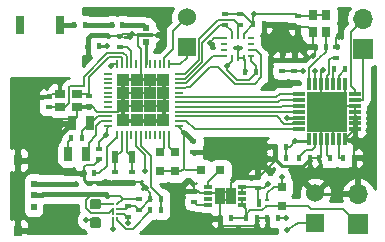
<source format=gtl>
G04 #@! TF.GenerationSoftware,KiCad,Pcbnew,(5.0.0)*
G04 #@! TF.CreationDate,2019-07-19T00:06:37-04:00*
G04 #@! TF.ProjectId,lp_ecg,6C705F6563672E6B696361645F706362,rev?*
G04 #@! TF.SameCoordinates,Original*
G04 #@! TF.FileFunction,Copper,L1,Top,Signal*
G04 #@! TF.FilePolarity,Positive*
%FSLAX46Y46*%
G04 Gerber Fmt 4.6, Leading zero omitted, Abs format (unit mm)*
G04 Created by KiCad (PCBNEW (5.0.0)) date 07/19/19 00:06:37*
%MOMM*%
%LPD*%
G01*
G04 APERTURE LIST*
G04 #@! TA.AperFunction,ComponentPad*
%ADD10O,1.700000X1.700000*%
G04 #@! TD*
G04 #@! TA.AperFunction,ComponentPad*
%ADD11R,1.700000X1.700000*%
G04 #@! TD*
G04 #@! TA.AperFunction,SMDPad,CuDef*
%ADD12R,0.398780X0.599440*%
G04 #@! TD*
G04 #@! TA.AperFunction,SMDPad,CuDef*
%ADD13R,0.599440X0.398780*%
G04 #@! TD*
G04 #@! TA.AperFunction,SMDPad,CuDef*
%ADD14R,0.475000X0.250000*%
G04 #@! TD*
G04 #@! TA.AperFunction,SMDPad,CuDef*
%ADD15R,0.250000X0.475000*%
G04 #@! TD*
G04 #@! TA.AperFunction,BGAPad,CuDef*
%ADD16C,0.230000*%
G04 #@! TD*
G04 #@! TA.AperFunction,SMDPad,CuDef*
%ADD17R,0.800000X0.800000*%
G04 #@! TD*
G04 #@! TA.AperFunction,SMDPad,CuDef*
%ADD18R,0.700000X0.300000*%
G04 #@! TD*
G04 #@! TA.AperFunction,SMDPad,CuDef*
%ADD19R,0.600000X0.600000*%
G04 #@! TD*
G04 #@! TA.AperFunction,ComponentPad*
%ADD20R,1.524000X1.524000*%
G04 #@! TD*
G04 #@! TA.AperFunction,ComponentPad*
%ADD21C,1.524000*%
G04 #@! TD*
G04 #@! TA.AperFunction,SMDPad,CuDef*
%ADD22R,0.635000X1.143000*%
G04 #@! TD*
G04 #@! TA.AperFunction,SMDPad,CuDef*
%ADD23R,0.900000X0.800000*%
G04 #@! TD*
G04 #@! TA.AperFunction,SMDPad,CuDef*
%ADD24R,0.800000X1.600000*%
G04 #@! TD*
G04 #@! TA.AperFunction,SMDPad,CuDef*
%ADD25R,0.200000X0.800000*%
G04 #@! TD*
G04 #@! TA.AperFunction,SMDPad,CuDef*
%ADD26R,0.800000X0.200000*%
G04 #@! TD*
G04 #@! TA.AperFunction,SMDPad,CuDef*
%ADD27R,1.112500X1.112500*%
G04 #@! TD*
G04 #@! TA.AperFunction,SMDPad,CuDef*
%ADD28R,0.600000X1.100000*%
G04 #@! TD*
G04 #@! TA.AperFunction,SMDPad,CuDef*
%ADD29R,0.750000X0.300000*%
G04 #@! TD*
G04 #@! TA.AperFunction,SMDPad,CuDef*
%ADD30R,0.875000X0.725000*%
G04 #@! TD*
G04 #@! TA.AperFunction,SMDPad,CuDef*
%ADD31R,0.400000X0.700000*%
G04 #@! TD*
G04 #@! TA.AperFunction,SMDPad,CuDef*
%ADD32R,0.400000X0.250000*%
G04 #@! TD*
G04 #@! TA.AperFunction,Conductor*
%ADD33C,0.150000*%
G04 #@! TD*
G04 #@! TA.AperFunction,SMDPad,CuDef*
%ADD34C,0.875000*%
G04 #@! TD*
G04 #@! TA.AperFunction,SMDPad,CuDef*
%ADD35R,0.600000X0.400000*%
G04 #@! TD*
G04 #@! TA.AperFunction,SMDPad,CuDef*
%ADD36R,1.000000X0.300000*%
G04 #@! TD*
G04 #@! TA.AperFunction,SMDPad,CuDef*
%ADD37R,0.300000X1.000000*%
G04 #@! TD*
G04 #@! TA.AperFunction,SMDPad,CuDef*
%ADD38R,3.350000X3.350000*%
G04 #@! TD*
G04 #@! TA.AperFunction,SMDPad,CuDef*
%ADD39R,0.800000X0.900000*%
G04 #@! TD*
G04 #@! TA.AperFunction,SMDPad,CuDef*
%ADD40R,0.700000X0.900000*%
G04 #@! TD*
G04 #@! TA.AperFunction,SMDPad,CuDef*
%ADD41R,0.510000X0.600000*%
G04 #@! TD*
G04 #@! TA.AperFunction,ViaPad*
%ADD42C,0.508000*%
G04 #@! TD*
G04 #@! TA.AperFunction,Conductor*
%ADD43C,0.152000*%
G04 #@! TD*
G04 #@! TA.AperFunction,Conductor*
%ADD44C,0.457200*%
G04 #@! TD*
G04 #@! TA.AperFunction,Conductor*
%ADD45C,0.460000*%
G04 #@! TD*
G04 #@! TA.AperFunction,Conductor*
%ADD46C,0.152400*%
G04 #@! TD*
G04 #@! TA.AperFunction,Conductor*
%ADD47C,0.229000*%
G04 #@! TD*
G04 #@! TA.AperFunction,Conductor*
%ADD48C,0.254000*%
G04 #@! TD*
G04 APERTURE END LIST*
D10*
G04 #@! TO.P,J1,2*
G04 #@! TO.N,Net-(IC2-Pad7)*
X296450000Y-127160000D03*
D11*
G04 #@! TO.P,J1,1*
G04 #@! TO.N,Net-(IC2-Pad6)*
X296450000Y-129700000D03*
G04 #@! TD*
D12*
G04 #@! TO.P,C15,2*
G04 #@! TO.N,DGND*
X292350420Y-129525000D03*
G04 #@! TO.P,C15,1*
G04 #@! TO.N,/MAX30003_FCLK*
X293249580Y-129525000D03*
G04 #@! TD*
D13*
G04 #@! TO.P,C14,1*
G04 #@! TO.N,1.8V*
X290875000Y-126925000D03*
G04 #@! TO.P,C14,2*
G04 #@! TO.N,DGND*
X290875000Y-127824160D03*
G04 #@! TD*
G04 #@! TO.P,C13,2*
G04 #@! TO.N,1.8V*
X290600000Y-131550000D03*
G04 #@! TO.P,C13,1*
G04 #@! TO.N,DGND*
X290600000Y-130650840D03*
G04 #@! TD*
G04 #@! TO.P,C12,1*
G04 #@! TO.N,1.8V*
X289575000Y-131549160D03*
G04 #@! TO.P,C12,2*
G04 #@! TO.N,DGND*
X289575000Y-130650000D03*
G04 #@! TD*
D12*
G04 #@! TO.P,C11,2*
G04 #@! TO.N,DGND*
X288975420Y-138950000D03*
G04 #@! TO.P,C11,1*
G04 #@! TO.N,1.8V*
X289874580Y-138950000D03*
G04 #@! TD*
G04 #@! TO.P,C10,1*
G04 #@! TO.N,DGND*
X288975420Y-137974580D03*
G04 #@! TO.P,C10,2*
G04 #@! TO.N,1.8V*
X289874580Y-137974580D03*
G04 #@! TD*
D13*
G04 #@! TO.P,C9,2*
G04 #@! TO.N,DGND*
X294150000Y-129525840D03*
G04 #@! TO.P,C9,1*
G04 #@! TO.N,Net-(C9-Pad1)*
X294150000Y-130425000D03*
G04 #@! TD*
D12*
G04 #@! TO.P,C8,1*
G04 #@! TO.N,Net-(C8-Pad1)*
X294000000Y-131425000D03*
G04 #@! TO.P,C8,2*
G04 #@! TO.N,Net-(C8-Pad2)*
X294899160Y-131425000D03*
G04 #@! TD*
G04 #@! TO.P,C7,2*
G04 #@! TO.N,DGND*
X295649580Y-138925000D03*
G04 #@! TO.P,C7,1*
G04 #@! TO.N,Net-(C7-Pad1)*
X294750420Y-138925000D03*
G04 #@! TD*
G04 #@! TO.P,C6,1*
G04 #@! TO.N,Net-(C6-Pad1)*
X291025420Y-138950000D03*
G04 #@! TO.P,C6,2*
G04 #@! TO.N,DGND*
X291924580Y-138950000D03*
G04 #@! TD*
G04 #@! TO.P,C4,2*
G04 #@! TO.N,Net-(C4-Pad2)*
X293624580Y-138950000D03*
G04 #@! TO.P,C4,1*
G04 #@! TO.N,DGND*
X292725420Y-138950000D03*
G04 #@! TD*
D14*
G04 #@! TO.P,IC1,1*
G04 #@! TO.N,DGND*
X284638000Y-128800000D03*
G04 #@! TO.P,IC1,2*
G04 #@! TO.N,Net-(IC1-Pad2)*
X284638000Y-129300000D03*
G04 #@! TO.P,IC1,3*
G04 #@! TO.N,Net-(IC1-Pad3)*
X284638000Y-129800000D03*
G04 #@! TO.P,IC1,4*
G04 #@! TO.N,/BMI_INT1*
X284638000Y-130300000D03*
D15*
G04 #@! TO.P,IC1,5*
G04 #@! TO.N,1.8V*
X285300000Y-130462000D03*
G04 #@! TO.P,IC1,6*
G04 #@! TO.N,DGND*
X285800000Y-130462000D03*
G04 #@! TO.P,IC1,7*
X286300000Y-130462000D03*
D14*
G04 #@! TO.P,IC1,8*
G04 #@! TO.N,1.8V*
X286962000Y-130300000D03*
G04 #@! TO.P,IC1,9*
G04 #@! TO.N,/BMI_INT2*
X286962000Y-129800000D03*
G04 #@! TO.P,IC1,10*
G04 #@! TO.N,Net-(IC1-Pad10)*
X286962000Y-129300000D03*
G04 #@! TO.P,IC1,11*
G04 #@! TO.N,Net-(IC1-Pad11)*
X286962000Y-128800000D03*
D15*
G04 #@! TO.P,IC1,12*
G04 #@! TO.N,1.8V*
X286300000Y-128638000D03*
G04 #@! TO.P,IC1,13*
G04 #@! TO.N,/BMI_SCL*
X285800000Y-128638000D03*
G04 #@! TO.P,IC1,14*
G04 #@! TO.N,/BMI_SDA*
X285300000Y-128638000D03*
G04 #@! TD*
D12*
G04 #@! TO.P,C1,1*
G04 #@! TO.N,1.8V*
X287125420Y-127600000D03*
G04 #@! TO.P,C1,2*
G04 #@! TO.N,DGND*
X288024580Y-127600000D03*
G04 #@! TD*
G04 #@! TO.P,C2,2*
G04 #@! TO.N,DGND*
X286450420Y-131625000D03*
G04 #@! TO.P,C2,1*
G04 #@! TO.N,1.8V*
X287349580Y-131625000D03*
G04 #@! TD*
D16*
G04 #@! TO.P,U2,A2*
G04 #@! TO.N,VCC*
X275620000Y-142840000D03*
G04 #@! TO.P,U2,A1*
G04 #@! TO.N,Net-(L2-Pad1)*
X275220000Y-142840000D03*
G04 #@! TO.P,U2,B1*
G04 #@! TO.N,VCC*
X275220000Y-143240000D03*
G04 #@! TO.P,U2,B2*
G04 #@! TO.N,DGND*
X275620000Y-143240000D03*
G04 #@! TO.P,U2,C2*
G04 #@! TO.N,1.8V*
X275620000Y-143640000D03*
G04 #@! TO.P,U2,C1*
G04 #@! TO.N,VCC*
X275220000Y-143640000D03*
G04 #@! TO.P,U2,D1*
G04 #@! TO.N,/LOAD_SW_CTRL*
X275220000Y-144040000D03*
G04 #@! TO.P,U2,D2*
G04 #@! TO.N,Net-(R5-Pad1)*
X275620000Y-144040000D03*
G04 #@! TD*
D13*
G04 #@! TO.P,C5,1*
G04 #@! TO.N,VCC*
X277430000Y-142390000D03*
G04 #@! TO.P,C5,2*
G04 #@! TO.N,DGND*
X277430000Y-143289160D03*
G04 #@! TD*
G04 #@! TO.P,C3,2*
G04 #@! TO.N,DGND*
X276550000Y-143000840D03*
G04 #@! TO.P,C3,1*
G04 #@! TO.N,1.8V*
X276550000Y-143900000D03*
G04 #@! TD*
D11*
G04 #@! TO.P,P3,1*
G04 #@! TO.N,5V_in_charge*
X295990000Y-144510000D03*
D10*
G04 #@! TO.P,P3,2*
G04 #@! TO.N,DGND*
X295990000Y-141970000D03*
G04 #@! TD*
D12*
G04 #@! TO.P,R5,1*
G04 #@! TO.N,Net-(R5-Pad1)*
X278420420Y-143320000D03*
G04 #@! TO.P,R5,2*
G04 #@! TO.N,/AIN_BAT_DIV_VOLTAGE*
X279319580Y-143320000D03*
G04 #@! TD*
D17*
G04 #@! TO.P,D4,2*
G04 #@! TO.N,5V_in_charge*
X289520000Y-142980000D03*
G04 #@! TO.P,D4,1*
G04 #@! TO.N,VccSwitch*
X289520000Y-141380000D03*
G04 #@! TD*
D12*
G04 #@! TO.P,C18,1*
G04 #@! TO.N,DGND*
X288310420Y-144010000D03*
G04 #@! TO.P,C18,2*
G04 #@! TO.N,VccSwitch*
X289209580Y-144010000D03*
G04 #@! TD*
G04 #@! TO.P,R10,1*
G04 #@! TO.N,5V_in_charge*
X286530420Y-144010000D03*
G04 #@! TO.P,R10,2*
G04 #@! TO.N,DGND*
X287429580Y-144010000D03*
G04 #@! TD*
G04 #@! TO.P,C16,1*
G04 #@! TO.N,5V_in_charge*
X285199580Y-144020000D03*
G04 #@! TO.P,C16,2*
G04 #@! TO.N,DGND*
X284300420Y-144020000D03*
G04 #@! TD*
D13*
G04 #@! TO.P,R9,1*
G04 #@! TO.N,Net-(R9-Pad1)*
X282140000Y-142639580D03*
G04 #@! TO.P,R9,2*
G04 #@! TO.N,DGND*
X282140000Y-141740420D03*
G04 #@! TD*
G04 #@! TO.P,C17,1*
G04 #@! TO.N,/BATT_IN*
X287490000Y-141469580D03*
G04 #@! TO.P,C17,2*
G04 #@! TO.N,DGND*
X287490000Y-140570420D03*
G04 #@! TD*
D17*
G04 #@! TO.P,D3,2*
G04 #@! TO.N,1.8V*
X282725000Y-139975000D03*
G04 #@! TO.P,D3,1*
G04 #@! TO.N,Net-(D3-Pad1)*
X284325000Y-139975000D03*
G04 #@! TD*
D13*
G04 #@! TO.P,C22,1*
G04 #@! TO.N,1.8V*
X282050000Y-137525420D03*
G04 #@! TO.P,C22,2*
G04 #@! TO.N,DGND*
X282050000Y-138424580D03*
G04 #@! TD*
D12*
G04 #@! TO.P,R7,1*
G04 #@! TO.N,DGND*
X278420840Y-142360000D03*
G04 #@! TO.P,R7,2*
G04 #@! TO.N,/AIN_BAT_DIV_VOLTAGE*
X279320000Y-142360000D03*
G04 #@! TD*
D13*
G04 #@! TO.P,C21,1*
G04 #@! TO.N,DGND*
X274070000Y-139049580D03*
G04 #@! TO.P,C21,2*
G04 #@! TO.N,1.8V*
X274070000Y-138150420D03*
G04 #@! TD*
D18*
G04 #@! TO.P,F1,1*
G04 #@! TO.N,DGND*
X278326500Y-128500000D03*
D19*
G04 #@! TO.P,F1,2*
G04 #@! TO.N,Net-(F1-Pad2)*
X278000000Y-129112500D03*
G04 #@! TO.P,F1,4*
G04 #@! TO.N,/RF*
X278000000Y-127887500D03*
D18*
G04 #@! TO.P,F1,3*
G04 #@! TO.N,DGND*
X277637500Y-128500000D03*
G04 #@! TD*
D13*
G04 #@! TO.P,C34,1*
G04 #@! TO.N,/DEC3*
X275840000Y-129489580D03*
G04 #@! TO.P,C34,2*
G04 #@! TO.N,DGND*
X275840000Y-128590420D03*
G04 #@! TD*
D12*
G04 #@! TO.P,C33,1*
G04 #@! TO.N,DGND*
X273150420Y-129450000D03*
G04 #@! TO.P,C33,2*
G04 #@! TO.N,1.8V*
X274049580Y-129450000D03*
G04 #@! TD*
D20*
G04 #@! TO.P,P2,1*
G04 #@! TO.N,/SWDCLK*
X281500000Y-129560000D03*
D21*
G04 #@! TO.P,P2,2*
G04 #@! TO.N,/SWDIO*
X281500000Y-127020000D03*
G04 #@! TD*
D17*
G04 #@! TO.P,D2,2*
G04 #@! TO.N,1.8V*
X280490000Y-140050000D03*
G04 #@! TO.P,D2,1*
G04 #@! TO.N,/LED3*
X280490000Y-138450000D03*
G04 #@! TD*
G04 #@! TO.P,D1,2*
G04 #@! TO.N,1.8V*
X279240000Y-140050000D03*
G04 #@! TO.P,D1,1*
G04 #@! TO.N,/LED2*
X279240000Y-138450000D03*
G04 #@! TD*
D20*
G04 #@! TO.P,P1,1*
G04 #@! TO.N,/BATT_IN*
X292380000Y-144450000D03*
D21*
G04 #@! TO.P,P1,2*
G04 #@! TO.N,DGND*
X292380000Y-141910000D03*
G04 #@! TD*
D22*
G04 #@! TO.P,L4,1*
G04 #@! TO.N,Net-(L4-Pad1)*
X272932000Y-138620000D03*
G04 #@! TO.P,L4,2*
G04 #@! TO.N,Net-(L3-Pad1)*
X271408000Y-138620000D03*
G04 #@! TD*
D23*
G04 #@! TO.P,X1,4*
G04 #@! TO.N,DGND*
X270800000Y-133500000D03*
G04 #@! TO.P,X1,3*
G04 #@! TO.N,Net-(C25-Pad2)*
X272200000Y-133500000D03*
G04 #@! TO.P,X1,1*
G04 #@! TO.N,Net-(C24-Pad2)*
X270800000Y-134600000D03*
G04 #@! TO.P,X1,2*
G04 #@! TO.N,DGND*
X272200000Y-134600000D03*
G04 #@! TD*
D13*
G04 #@! TO.P,C28,1*
G04 #@! TO.N,Net-(C28-Pad1)*
X275450000Y-140100420D03*
G04 #@! TO.P,C28,2*
G04 #@! TO.N,DGND*
X275450000Y-140999580D03*
G04 #@! TD*
D12*
G04 #@! TO.P,C26,1*
G04 #@! TO.N,/DEC1*
X273649580Y-140200000D03*
G04 #@! TO.P,C26,2*
G04 #@! TO.N,DGND*
X272750420Y-140200000D03*
G04 #@! TD*
D13*
G04 #@! TO.P,C24,1*
G04 #@! TO.N,DGND*
X269800000Y-133750420D03*
G04 #@! TO.P,C24,2*
G04 #@! TO.N,Net-(C24-Pad2)*
X269800000Y-134649580D03*
G04 #@! TD*
G04 #@! TO.P,C25,1*
G04 #@! TO.N,DGND*
X273200000Y-134549580D03*
G04 #@! TO.P,C25,2*
G04 #@! TO.N,Net-(C25-Pad2)*
X273200000Y-133650420D03*
G04 #@! TD*
G04 #@! TO.P,C29,1*
G04 #@! TO.N,Net-(C29-Pad1)*
X276850000Y-140100420D03*
G04 #@! TO.P,C29,2*
G04 #@! TO.N,DGND*
X276850000Y-140999580D03*
G04 #@! TD*
D24*
G04 #@! TO.P,A1,1*
G04 #@! TO.N,Net-(A1-Pad1)*
X270745000Y-127673000D03*
G04 #@! TO.P,A1,2*
G04 #@! TO.N,Net-(A1-Pad2)*
X267345000Y-127673000D03*
G04 #@! TD*
D12*
G04 #@! TO.P,L6,1*
G04 #@! TO.N,Net-(C30-Pad2)*
X272849580Y-127700000D03*
G04 #@! TO.P,L6,2*
G04 #@! TO.N,Net-(A1-Pad1)*
X271950420Y-127700000D03*
G04 #@! TD*
D13*
G04 #@! TO.P,L5,1*
G04 #@! TO.N,Net-(C30-Pad2)*
X274000000Y-127650420D03*
G04 #@! TO.P,L5,2*
G04 #@! TO.N,DGND*
X274000000Y-128549580D03*
G04 #@! TD*
D12*
G04 #@! TO.P,C30,1*
G04 #@! TO.N,/RF*
X276049580Y-127700000D03*
G04 #@! TO.P,C30,2*
G04 #@! TO.N,Net-(C30-Pad2)*
X275150420Y-127700000D03*
G04 #@! TD*
G04 #@! TO.P,L3,1*
G04 #@! TO.N,Net-(L3-Pad1)*
X271730420Y-137270000D03*
G04 #@! TO.P,L3,2*
G04 #@! TO.N,Net-(C23-Pad1)*
X272629580Y-137270000D03*
G04 #@! TD*
D22*
G04 #@! TO.P,C23,1*
G04 #@! TO.N,Net-(C23-Pad1)*
X273262000Y-136000000D03*
G04 #@! TO.P,C23,2*
G04 #@! TO.N,DGND*
X271738000Y-136000000D03*
G04 #@! TD*
D25*
G04 #@! TO.P,U3,1*
G04 #@! TO.N,/DEC1*
X275600000Y-137000000D03*
G04 #@! TO.P,U3,2*
G04 #@! TO.N,Net-(C28-Pad1)*
X276000000Y-137000000D03*
G04 #@! TO.P,U3,3*
G04 #@! TO.N,Net-(C29-Pad1)*
X276400000Y-137000000D03*
G04 #@! TO.P,U3,4*
G04 #@! TO.N,Net-(U3-Pad4)*
X276800000Y-137000000D03*
G04 #@! TO.P,U3,5*
G04 #@! TO.N,/LOAD_SW_CTRL*
X277200000Y-137000000D03*
G04 #@! TO.P,U3,6*
G04 #@! TO.N,/AIN_BAT_DIV_VOLTAGE*
X277600000Y-137000000D03*
G04 #@! TO.P,U3,7*
G04 #@! TO.N,Net-(U3-Pad7)*
X278000000Y-137000000D03*
G04 #@! TO.P,U3,8*
G04 #@! TO.N,Net-(U3-Pad8)*
X278400000Y-137000000D03*
G04 #@! TO.P,U3,9*
G04 #@! TO.N,Net-(U3-Pad9)*
X278800000Y-137000000D03*
G04 #@! TO.P,U3,10*
G04 #@! TO.N,Net-(U3-Pad10)*
X279200000Y-137000000D03*
G04 #@! TO.P,U3,11*
G04 #@! TO.N,/LED2*
X279600000Y-137000000D03*
G04 #@! TO.P,U3,12*
G04 #@! TO.N,/LED3*
X280000000Y-137000000D03*
D26*
G04 #@! TO.P,U3,13*
G04 #@! TO.N,1.8V*
X280800000Y-136200000D03*
G04 #@! TO.P,U3,14*
G04 #@! TO.N,/MAX30003_INT*
X280800000Y-135800000D03*
G04 #@! TO.P,U3,15*
G04 #@! TO.N,/MAX30003_INT2*
X280800000Y-135400000D03*
G04 #@! TO.P,U3,16*
G04 #@! TO.N,/MAX30003_SDO*
X280800000Y-135000000D03*
G04 #@! TO.P,U3,17*
G04 #@! TO.N,/MAX30003_SDI*
X280800000Y-134600000D03*
G04 #@! TO.P,U3,18*
G04 #@! TO.N,/MAX30003_SCLK*
X280800000Y-134200000D03*
G04 #@! TO.P,U3,19*
G04 #@! TO.N,/MAX30003_CSB*
X280800000Y-133800000D03*
G04 #@! TO.P,U3,20*
G04 #@! TO.N,Net-(U3-Pad20)*
X280800000Y-133400000D03*
G04 #@! TO.P,U3,21*
G04 #@! TO.N,/BMI_INT2*
X280800000Y-133000000D03*
G04 #@! TO.P,U3,22*
G04 #@! TO.N,/BMI_INT1*
X280800000Y-132600000D03*
G04 #@! TO.P,U3,23*
G04 #@! TO.N,/BMI_SDA*
X280800000Y-132200000D03*
G04 #@! TO.P,U3,24*
G04 #@! TO.N,/BMI_SCL*
X280800000Y-131800000D03*
D25*
G04 #@! TO.P,U3,25*
G04 #@! TO.N,/SWDCLK*
X280000000Y-131000000D03*
G04 #@! TO.P,U3,26*
G04 #@! TO.N,/SWDIO*
X279600000Y-131000000D03*
G04 #@! TO.P,U3,27*
G04 #@! TO.N,Net-(U3-Pad27)*
X279200000Y-131000000D03*
G04 #@! TO.P,U3,28*
G04 #@! TO.N,Net-(U3-Pad28)*
X278800000Y-131000000D03*
G04 #@! TO.P,U3,29*
G04 #@! TO.N,Net-(U3-Pad29)*
X278400000Y-131000000D03*
G04 #@! TO.P,U3,30*
G04 #@! TO.N,Net-(F1-Pad2)*
X278000000Y-131000000D03*
G04 #@! TO.P,U3,31*
G04 #@! TO.N,DGND*
X277600000Y-131000000D03*
G04 #@! TO.P,U3,32*
G04 #@! TO.N,/DEC2*
X277200000Y-131000000D03*
G04 #@! TO.P,U3,33*
G04 #@! TO.N,/DEC3*
X276800000Y-131000000D03*
G04 #@! TO.P,U3,34*
G04 #@! TO.N,Net-(C24-Pad2)*
X276400000Y-131000000D03*
G04 #@! TO.P,U3,35*
G04 #@! TO.N,Net-(C25-Pad2)*
X276000000Y-131000000D03*
G04 #@! TO.P,U3,36*
G04 #@! TO.N,1.8V*
X275600000Y-131000000D03*
D26*
G04 #@! TO.P,U3,37*
G04 #@! TO.N,Net-(U3-Pad37)*
X274800000Y-131800000D03*
G04 #@! TO.P,U3,38*
G04 #@! TO.N,Net-(U3-Pad38)*
X274800000Y-132200000D03*
G04 #@! TO.P,U3,39*
G04 #@! TO.N,Net-(U3-Pad39)*
X274800000Y-132600000D03*
G04 #@! TO.P,U3,40*
G04 #@! TO.N,Net-(U3-Pad40)*
X274800000Y-133000000D03*
G04 #@! TO.P,U3,41*
G04 #@! TO.N,Net-(U3-Pad41)*
X274800000Y-133400000D03*
G04 #@! TO.P,U3,42*
G04 #@! TO.N,Net-(U3-Pad42)*
X274800000Y-133800000D03*
G04 #@! TO.P,U3,43*
G04 #@! TO.N,Net-(U3-Pad43)*
X274800000Y-134200000D03*
G04 #@! TO.P,U3,44*
G04 #@! TO.N,Net-(U3-Pad44)*
X274800000Y-134600000D03*
G04 #@! TO.P,U3,45*
G04 #@! TO.N,DGND*
X274800000Y-135000000D03*
G04 #@! TO.P,U3,46*
G04 #@! TO.N,Net-(C23-Pad1)*
X274800000Y-135400000D03*
G04 #@! TO.P,U3,47*
G04 #@! TO.N,Net-(L4-Pad1)*
X274800000Y-135800000D03*
G04 #@! TO.P,U3,48*
G04 #@! TO.N,1.8V*
X274800000Y-136200000D03*
D27*
G04 #@! TO.P,U3,49*
G04 #@! TO.N,DGND*
X279468750Y-132331250D03*
X278356250Y-132331250D03*
X277243750Y-132331250D03*
X276131250Y-132331250D03*
X279468750Y-133443750D03*
X278356250Y-133443750D03*
X277243750Y-133443750D03*
X276131250Y-133443750D03*
X279468750Y-134556250D03*
X278356250Y-134556250D03*
X277243750Y-134556250D03*
X276131250Y-134556250D03*
X279468750Y-135668750D03*
X278356250Y-135668750D03*
X277243750Y-135668750D03*
X276131250Y-135668750D03*
G04 #@! TD*
D28*
G04 #@! TO.P,X2,1*
G04 #@! TO.N,Net-(C29-Pad1)*
X276850000Y-138850000D03*
G04 #@! TO.P,X2,2*
G04 #@! TO.N,Net-(C28-Pad1)*
X275450000Y-138850000D03*
G04 #@! TD*
D29*
G04 #@! TO.P,U6,1*
G04 #@! TO.N,5V_in_charge*
X286210000Y-142890000D03*
G04 #@! TO.P,U6,2*
X286210000Y-142390000D03*
G04 #@! TO.P,U6,3*
G04 #@! TO.N,/BATT_IN*
X286210000Y-141890000D03*
G04 #@! TO.P,U6,4*
X286210000Y-141390000D03*
G04 #@! TO.P,U6,5*
G04 #@! TO.N,Net-(D3-Pad1)*
X283310000Y-141390000D03*
G04 #@! TO.P,U6,6*
G04 #@! TO.N,DGND*
X283310000Y-141890000D03*
G04 #@! TO.P,U6,7*
G04 #@! TO.N,Net-(U6-Pad7)*
X283310000Y-142390000D03*
G04 #@! TO.P,U6,8*
G04 #@! TO.N,Net-(R9-Pad1)*
X283310000Y-142890000D03*
D30*
G04 #@! TO.P,U6,9*
G04 #@! TO.N,DGND*
X284322500Y-141777500D03*
X284322500Y-142502500D03*
X285197500Y-141777500D03*
X285197500Y-142502500D03*
G04 #@! TD*
D31*
G04 #@! TO.P,Q1,2*
G04 #@! TO.N,/BATT_IN*
X287610000Y-142730000D03*
D32*
G04 #@! TO.P,Q1,1*
G04 #@! TO.N,5V_in_charge*
X288310000Y-142955000D03*
G04 #@! TO.P,Q1,3*
G04 #@! TO.N,VccSwitch*
X288310000Y-142505000D03*
G04 #@! TD*
D33*
G04 #@! TO.N,1.8V*
G04 #@! TO.C,L2*
G36*
X274027691Y-143961053D02*
X274048926Y-143964203D01*
X274069750Y-143969419D01*
X274089962Y-143976651D01*
X274109368Y-143985830D01*
X274127781Y-143996866D01*
X274145024Y-144009654D01*
X274160930Y-144024070D01*
X274175346Y-144039976D01*
X274188134Y-144057219D01*
X274199170Y-144075632D01*
X274208349Y-144095038D01*
X274215581Y-144115250D01*
X274220797Y-144136074D01*
X274223947Y-144157309D01*
X274225000Y-144178750D01*
X274225000Y-144616250D01*
X274223947Y-144637691D01*
X274220797Y-144658926D01*
X274215581Y-144679750D01*
X274208349Y-144699962D01*
X274199170Y-144719368D01*
X274188134Y-144737781D01*
X274175346Y-144755024D01*
X274160930Y-144770930D01*
X274145024Y-144785346D01*
X274127781Y-144798134D01*
X274109368Y-144809170D01*
X274089962Y-144818349D01*
X274069750Y-144825581D01*
X274048926Y-144830797D01*
X274027691Y-144833947D01*
X274006250Y-144835000D01*
X273493750Y-144835000D01*
X273472309Y-144833947D01*
X273451074Y-144830797D01*
X273430250Y-144825581D01*
X273410038Y-144818349D01*
X273390632Y-144809170D01*
X273372219Y-144798134D01*
X273354976Y-144785346D01*
X273339070Y-144770930D01*
X273324654Y-144755024D01*
X273311866Y-144737781D01*
X273300830Y-144719368D01*
X273291651Y-144699962D01*
X273284419Y-144679750D01*
X273279203Y-144658926D01*
X273276053Y-144637691D01*
X273275000Y-144616250D01*
X273275000Y-144178750D01*
X273276053Y-144157309D01*
X273279203Y-144136074D01*
X273284419Y-144115250D01*
X273291651Y-144095038D01*
X273300830Y-144075632D01*
X273311866Y-144057219D01*
X273324654Y-144039976D01*
X273339070Y-144024070D01*
X273354976Y-144009654D01*
X273372219Y-143996866D01*
X273390632Y-143985830D01*
X273410038Y-143976651D01*
X273430250Y-143969419D01*
X273451074Y-143964203D01*
X273472309Y-143961053D01*
X273493750Y-143960000D01*
X274006250Y-143960000D01*
X274027691Y-143961053D01*
X274027691Y-143961053D01*
G37*
D34*
G04 #@! TD*
G04 #@! TO.P,L2,2*
G04 #@! TO.N,1.8V*
X273750000Y-144397500D03*
D33*
G04 #@! TO.N,Net-(L2-Pad1)*
G04 #@! TO.C,L2*
G36*
X274027691Y-142386053D02*
X274048926Y-142389203D01*
X274069750Y-142394419D01*
X274089962Y-142401651D01*
X274109368Y-142410830D01*
X274127781Y-142421866D01*
X274145024Y-142434654D01*
X274160930Y-142449070D01*
X274175346Y-142464976D01*
X274188134Y-142482219D01*
X274199170Y-142500632D01*
X274208349Y-142520038D01*
X274215581Y-142540250D01*
X274220797Y-142561074D01*
X274223947Y-142582309D01*
X274225000Y-142603750D01*
X274225000Y-143041250D01*
X274223947Y-143062691D01*
X274220797Y-143083926D01*
X274215581Y-143104750D01*
X274208349Y-143124962D01*
X274199170Y-143144368D01*
X274188134Y-143162781D01*
X274175346Y-143180024D01*
X274160930Y-143195930D01*
X274145024Y-143210346D01*
X274127781Y-143223134D01*
X274109368Y-143234170D01*
X274089962Y-143243349D01*
X274069750Y-143250581D01*
X274048926Y-143255797D01*
X274027691Y-143258947D01*
X274006250Y-143260000D01*
X273493750Y-143260000D01*
X273472309Y-143258947D01*
X273451074Y-143255797D01*
X273430250Y-143250581D01*
X273410038Y-143243349D01*
X273390632Y-143234170D01*
X273372219Y-143223134D01*
X273354976Y-143210346D01*
X273339070Y-143195930D01*
X273324654Y-143180024D01*
X273311866Y-143162781D01*
X273300830Y-143144368D01*
X273291651Y-143124962D01*
X273284419Y-143104750D01*
X273279203Y-143083926D01*
X273276053Y-143062691D01*
X273275000Y-143041250D01*
X273275000Y-142603750D01*
X273276053Y-142582309D01*
X273279203Y-142561074D01*
X273284419Y-142540250D01*
X273291651Y-142520038D01*
X273300830Y-142500632D01*
X273311866Y-142482219D01*
X273324654Y-142464976D01*
X273339070Y-142449070D01*
X273354976Y-142434654D01*
X273372219Y-142421866D01*
X273390632Y-142410830D01*
X273410038Y-142401651D01*
X273430250Y-142394419D01*
X273451074Y-142389203D01*
X273472309Y-142386053D01*
X273493750Y-142385000D01*
X274006250Y-142385000D01*
X274027691Y-142386053D01*
X274027691Y-142386053D01*
G37*
D34*
G04 #@! TD*
G04 #@! TO.P,L2,1*
G04 #@! TO.N,Net-(L2-Pad1)*
X273750000Y-142822500D03*
D35*
G04 #@! TO.P,R1,1*
G04 #@! TO.N,1.8V*
X286025000Y-126750000D03*
G04 #@! TO.P,R1,2*
G04 #@! TO.N,/BMI_SCL*
X286025000Y-127650000D03*
G04 #@! TD*
G04 #@! TO.P,R2,2*
G04 #@! TO.N,/BMI_SDA*
X284750000Y-127650000D03*
G04 #@! TO.P,R2,1*
G04 #@! TO.N,1.8V*
X284750000Y-126750000D03*
G04 #@! TD*
D36*
G04 #@! TO.P,IC2,1*
G04 #@! TO.N,DGND*
X295725000Y-136500000D03*
G04 #@! TO.P,IC2,2*
X295725000Y-136000000D03*
G04 #@! TO.P,IC2,3*
X295725000Y-135500000D03*
G04 #@! TO.P,IC2,4*
X295725000Y-135000000D03*
G04 #@! TO.P,IC2,5*
X295725000Y-134500000D03*
G04 #@! TO.P,IC2,6*
G04 #@! TO.N,Net-(IC2-Pad6)*
X295725000Y-134000000D03*
G04 #@! TO.P,IC2,7*
G04 #@! TO.N,Net-(IC2-Pad7)*
X295725000Y-133500000D03*
D37*
G04 #@! TO.P,IC2,8*
G04 #@! TO.N,DGND*
X294875000Y-132650000D03*
G04 #@! TO.P,IC2,9*
G04 #@! TO.N,Net-(C8-Pad2)*
X294375000Y-132650000D03*
G04 #@! TO.P,IC2,10*
G04 #@! TO.N,Net-(C8-Pad1)*
X293875000Y-132650000D03*
G04 #@! TO.P,IC2,11*
G04 #@! TO.N,Net-(C9-Pad1)*
X293375000Y-132650000D03*
G04 #@! TO.P,IC2,12*
G04 #@! TO.N,DGND*
X292875000Y-132650000D03*
G04 #@! TO.P,IC2,13*
G04 #@! TO.N,1.8V*
X292375000Y-132650000D03*
G04 #@! TO.P,IC2,14*
G04 #@! TO.N,/MAX30003_FCLK*
X291875000Y-132650000D03*
D36*
G04 #@! TO.P,IC2,15*
G04 #@! TO.N,/MAX30003_CSB*
X291025000Y-133500000D03*
G04 #@! TO.P,IC2,16*
G04 #@! TO.N,/MAX30003_SCLK*
X291025000Y-134000000D03*
G04 #@! TO.P,IC2,17*
G04 #@! TO.N,/MAX30003_SDI*
X291025000Y-134500000D03*
G04 #@! TO.P,IC2,18*
G04 #@! TO.N,/MAX30003_SDO*
X291025000Y-135000000D03*
G04 #@! TO.P,IC2,19*
G04 #@! TO.N,1.8V*
X291025000Y-135500000D03*
G04 #@! TO.P,IC2,20*
G04 #@! TO.N,/MAX30003_INT2*
X291025000Y-136000000D03*
G04 #@! TO.P,IC2,21*
G04 #@! TO.N,/MAX30003_INT*
X291025000Y-136500000D03*
D37*
G04 #@! TO.P,IC2,22*
G04 #@! TO.N,1.8V*
X291875000Y-137350000D03*
G04 #@! TO.P,IC2,23*
G04 #@! TO.N,Net-(C6-Pad1)*
X292375000Y-137350000D03*
G04 #@! TO.P,IC2,24*
G04 #@! TO.N,DGND*
X292875000Y-137350000D03*
G04 #@! TO.P,IC2,25*
G04 #@! TO.N,Net-(C4-Pad2)*
X293375000Y-137350000D03*
G04 #@! TO.P,IC2,26*
G04 #@! TO.N,DGND*
X293875000Y-137350000D03*
G04 #@! TO.P,IC2,27*
G04 #@! TO.N,Net-(C7-Pad1)*
X294375000Y-137350000D03*
G04 #@! TO.P,IC2,28*
G04 #@! TO.N,DGND*
X294875000Y-137350000D03*
D38*
G04 #@! TO.P,IC2,29*
X293375000Y-135000000D03*
G04 #@! TD*
D39*
G04 #@! TO.P,X3,4*
G04 #@! TO.N,1.8V*
X293300000Y-126825000D03*
G04 #@! TO.P,X3,3*
G04 #@! TO.N,/MAX30003_FCLK*
X293300000Y-128225000D03*
G04 #@! TO.P,X3,2*
G04 #@! TO.N,DGND*
X292200000Y-128225000D03*
G04 #@! TO.P,X3,1*
G04 #@! TO.N,1.8V*
X292200000Y-126825000D03*
G04 #@! TD*
D40*
G04 #@! TO.P,SW1,5*
G04 #@! TO.N,DGND*
X267175000Y-145100000D03*
G04 #@! TO.P,SW1,4*
X267175000Y-139100000D03*
D41*
G04 #@! TO.P,SW1,1*
G04 #@! TO.N,VccSwitch*
X268530000Y-141100000D03*
G04 #@! TO.P,SW1,2*
G04 #@! TO.N,Net-(SW1-Pad2)*
X268530000Y-143100000D03*
G04 #@! TO.P,SW1,3*
G04 #@! TO.N,VCC*
X268530000Y-142100000D03*
G04 #@! TD*
D42*
G04 #@! TO.N,VccSwitch*
X289520000Y-140520000D03*
X289860000Y-144040000D03*
G04 #@! TO.N,DGND*
X279070000Y-128500000D03*
X268986000Y-135610000D03*
X276820000Y-128420000D03*
X282050000Y-141125000D03*
X278000000Y-141486046D03*
X283477609Y-129152609D03*
X285850000Y-129650000D03*
X288050000Y-128450000D03*
X292175000Y-130275000D03*
X293050000Y-131450000D03*
X294400000Y-128475000D03*
X282925000Y-138450000D03*
G04 #@! TO.N,/LOAD_SW_CTRL*
X277940000Y-140010000D03*
X275210000Y-144910000D03*
G04 #@! TO.N,/BATT_IN*
X290000000Y-145010000D03*
X288340000Y-141140000D03*
G04 #@! TO.N,1.8V*
X276550000Y-144420000D03*
X272990000Y-144160000D03*
X274660000Y-136990000D03*
X275050000Y-131125000D03*
X274725000Y-129450000D03*
X281275000Y-136800000D03*
X284875000Y-131150000D03*
X287175000Y-126750000D03*
X292375000Y-131550000D03*
X290675000Y-137500000D03*
X289975000Y-135525000D03*
X291300000Y-131600000D03*
G04 #@! TO.N,DGND*
X269350000Y-145025000D03*
G04 #@! TO.N,VccSwitch*
X272150000Y-141125000D03*
G04 #@! TD*
D43*
G04 #@! TO.N,/DEC1*
X274100000Y-140200000D02*
X273649580Y-140200000D01*
X274730000Y-139570000D02*
X274100000Y-140200000D01*
X274730000Y-138010000D02*
X274730000Y-139570000D01*
X275600000Y-137140000D02*
X274730000Y-138010000D01*
X275600000Y-137000000D02*
X275600000Y-137140000D01*
X275600000Y-137000000D02*
X275550000Y-137000000D01*
D44*
G04 #@! TO.N,/RF*
X276049580Y-127700000D02*
X277800000Y-127700000D01*
X277800000Y-127700000D02*
X278000000Y-127900000D01*
D43*
G04 #@! TO.N,/SWDCLK*
X280000000Y-131000000D02*
X280920000Y-131000000D01*
X281500000Y-130420000D02*
X281500000Y-129560000D01*
X280920000Y-131000000D02*
X281500000Y-130420000D01*
G04 #@! TO.N,/SWDIO*
X279600000Y-131000000D02*
X279600000Y-130480000D01*
X280360000Y-128160000D02*
X281500000Y-127020000D01*
X280360000Y-129720000D02*
X280360000Y-128160000D01*
X279600000Y-130480000D02*
X280360000Y-129720000D01*
D45*
G04 #@! TO.N,Net-(A1-Pad1)*
X271950420Y-127700000D02*
X270772000Y-127700000D01*
X270772000Y-127700000D02*
X270745000Y-127673000D01*
D43*
G04 #@! TO.N,Net-(L3-Pad1)*
X271408000Y-138620000D02*
X271408000Y-137592420D01*
X271408000Y-137592420D02*
X271730420Y-137270000D01*
G04 #@! TO.N,VccSwitch*
X289520000Y-141380000D02*
X289520000Y-140520000D01*
X289830000Y-144010000D02*
X289209580Y-144010000D01*
X289860000Y-144040000D02*
X289830000Y-144010000D01*
X288310000Y-142505000D02*
X288310000Y-141930000D01*
X288860000Y-141380000D02*
X289520000Y-141380000D01*
X288310000Y-141930000D02*
X288860000Y-141380000D01*
D45*
G04 #@! TO.N,Net-(C30-Pad2)*
X274000000Y-127699580D02*
X272850000Y-127699580D01*
X272850000Y-127699580D02*
X272849580Y-127700000D01*
X275150420Y-127700000D02*
X274000420Y-127700000D01*
X274000420Y-127700000D02*
X274000000Y-127699580D01*
D43*
G04 #@! TO.N,/LED2*
X279600000Y-137000000D02*
X279600000Y-138090000D01*
X279600000Y-138090000D02*
X279240000Y-138450000D01*
G04 #@! TO.N,/LED3*
X280000000Y-137000000D02*
X280000000Y-137960000D01*
X280000000Y-137960000D02*
X280490000Y-138450000D01*
G04 #@! TO.N,Net-(C23-Pad1)*
X272629580Y-137270000D02*
X272629580Y-136632420D01*
X272629580Y-136632420D02*
X273262000Y-136000000D01*
X273262000Y-136000000D02*
X273350000Y-136000000D01*
X273350000Y-136000000D02*
X273950000Y-135400000D01*
X273950000Y-135400000D02*
X274800000Y-135400000D01*
G04 #@! TO.N,Net-(C24-Pad2)*
X275000000Y-130040000D02*
X274720163Y-130049375D01*
X274720163Y-130049375D02*
X272760000Y-132040000D01*
X272760000Y-132040000D02*
X272770000Y-132030000D01*
X272770000Y-132030000D02*
X272770000Y-132830000D01*
X272770000Y-132830000D02*
X271600000Y-132830000D01*
X271600000Y-132830000D02*
X271490000Y-132940000D01*
X271490000Y-132940000D02*
X271490000Y-134310000D01*
X271490000Y-134310000D02*
X271200000Y-134600000D01*
X276400000Y-131000000D02*
X276400000Y-130330490D01*
X275395598Y-130045598D02*
X275000000Y-130040000D01*
X276115108Y-130045598D02*
X275395598Y-130045598D01*
X276400000Y-130330490D02*
X276115108Y-130045598D01*
X271200000Y-134600000D02*
X270800000Y-134600000D01*
X269800000Y-134649580D02*
X270750420Y-134649580D01*
X270800000Y-134600000D02*
X270950000Y-134600000D01*
X270750420Y-134649580D02*
X270800000Y-134600000D01*
D46*
X271050000Y-134650000D02*
X270800000Y-134650000D01*
X270799580Y-134649580D02*
X270800000Y-134650000D01*
D43*
G04 #@! TO.N,Net-(C25-Pad2)*
X276000000Y-131000000D02*
X276000000Y-130450000D01*
X276000000Y-130450000D02*
X275900000Y-130350000D01*
X275900000Y-130350000D02*
X274900000Y-130350000D01*
X274900000Y-130350000D02*
X273200000Y-132050000D01*
X273200000Y-132050000D02*
X273200000Y-133650420D01*
X272200000Y-133500000D02*
X273049580Y-133500000D01*
X273049580Y-133500000D02*
X273200000Y-133650420D01*
G04 #@! TO.N,Net-(C28-Pad1)*
X275450000Y-140100420D02*
X275450000Y-138850000D01*
X275450000Y-138850000D02*
X276000000Y-138300000D01*
X276000000Y-138300000D02*
X276000000Y-137000000D01*
G04 #@! TO.N,Net-(C29-Pad1)*
X276850000Y-140100420D02*
X276850000Y-138850000D01*
X276400000Y-137000000D02*
X276400000Y-138400000D01*
X276400000Y-138400000D02*
X276850000Y-138850000D01*
G04 #@! TO.N,Net-(L4-Pad1)*
X274800000Y-135800000D02*
X274240000Y-135800000D01*
X273200000Y-137640000D02*
X273200000Y-138352000D01*
X273840000Y-137000000D02*
X273200000Y-137640000D01*
X273840000Y-136200000D02*
X273840000Y-137000000D01*
X274240000Y-135800000D02*
X273840000Y-136200000D01*
X273200000Y-138352000D02*
X272932000Y-138620000D01*
D47*
G04 #@! TO.N,Net-(F1-Pad2)*
X278000000Y-129100000D02*
X278000000Y-131000000D01*
D43*
G04 #@! TO.N,/DEC3*
X276800000Y-131000000D02*
X276800000Y-129850000D01*
X276439580Y-129489580D02*
X275840000Y-129489580D01*
X276800000Y-129850000D02*
X276439580Y-129489580D01*
G04 #@! TO.N,DGND*
X284300420Y-144020000D02*
X284300420Y-144370420D01*
X287429580Y-144420420D02*
X287429580Y-144010000D01*
X287180000Y-144670000D02*
X287429580Y-144420420D01*
X284600000Y-144670000D02*
X287180000Y-144670000D01*
X284300420Y-144370420D02*
X284600000Y-144670000D01*
X285197500Y-141777500D02*
X285197500Y-141042500D01*
X285669580Y-140570420D02*
X287490000Y-140570420D01*
X285197500Y-141042500D02*
X285669580Y-140570420D01*
X283310000Y-141890000D02*
X284210000Y-141890000D01*
X284210000Y-141890000D02*
X284322500Y-141777500D01*
X284322500Y-141777500D02*
X284322500Y-142502500D01*
X285197500Y-142502500D02*
X284322500Y-142502500D01*
X284322500Y-141777500D02*
X285197500Y-141777500D01*
X288310420Y-144010000D02*
X287429580Y-144010000D01*
X284300420Y-144020000D02*
X284300420Y-142524580D01*
X284300420Y-142524580D02*
X284322500Y-142502500D01*
X282140000Y-141740420D02*
X282440420Y-141740420D01*
X282440420Y-141740420D02*
X282590000Y-141890000D01*
X282590000Y-141890000D02*
X283310000Y-141890000D01*
X275840000Y-128590420D02*
X274800840Y-128590420D01*
X274800840Y-128590420D02*
X274760000Y-128549580D01*
X276820000Y-128420000D02*
X276010420Y-128420000D01*
X276010420Y-128420000D02*
X275840000Y-128590420D01*
X275909580Y-128800000D02*
X275729580Y-128620000D01*
X278326500Y-128500000D02*
X279070000Y-128500000D01*
D47*
X275450000Y-140999580D02*
X272999580Y-140999580D01*
X272750420Y-140750420D02*
X272750420Y-140200000D01*
X272999580Y-140999580D02*
X272750420Y-140750420D01*
D44*
X270230000Y-137508000D02*
X271738000Y-136000000D01*
X270230000Y-139280000D02*
X270230000Y-137508000D01*
D43*
X272750420Y-140200000D02*
X272750420Y-139709580D01*
X272750420Y-139709580D02*
X272950000Y-139510000D01*
X272950000Y-139510000D02*
X273609580Y-139510000D01*
X273609580Y-139510000D02*
X274070000Y-139049580D01*
D44*
X274000000Y-128549580D02*
X274760000Y-128549580D01*
X274760000Y-128549580D02*
X274830420Y-128620000D01*
D43*
X276900000Y-128500000D02*
X276820000Y-128420000D01*
X277637500Y-128500000D02*
X276900000Y-128500000D01*
X277637500Y-128500000D02*
X278326500Y-128500000D01*
X272750420Y-140200000D02*
X272750420Y-140375840D01*
D44*
X273150420Y-129450000D02*
X273150420Y-128799580D01*
X273400420Y-128549580D02*
X274000000Y-128549580D01*
X273150420Y-128799580D02*
X273400420Y-128549580D01*
X271150000Y-140200000D02*
X272750420Y-140200000D01*
X270230000Y-139280000D02*
X271150000Y-140200000D01*
D43*
X273200000Y-134549580D02*
X273449580Y-134549580D01*
X273449580Y-134549580D02*
X273900000Y-135000000D01*
X273900000Y-135000000D02*
X274800000Y-135000000D01*
X277600000Y-131000000D02*
X277600000Y-129700000D01*
X277350000Y-129450000D02*
X277350000Y-128500000D01*
X277600000Y-129700000D02*
X277350000Y-129450000D01*
X278356250Y-132331250D02*
X278356250Y-133443750D01*
X277243750Y-135668750D02*
X276131250Y-135668750D01*
X278356250Y-135668750D02*
X277243750Y-135668750D01*
X279468750Y-135668750D02*
X278356250Y-135668750D01*
X279468750Y-134556250D02*
X279468750Y-135668750D01*
X278356250Y-134556250D02*
X279468750Y-134556250D01*
X277243750Y-134556250D02*
X278356250Y-134556250D01*
X276131250Y-134556250D02*
X277243750Y-134556250D01*
X276131250Y-133443750D02*
X276131250Y-134556250D01*
X277243750Y-133443750D02*
X276131250Y-133443750D01*
X278356250Y-133443750D02*
X277243750Y-133443750D01*
X279468750Y-132331250D02*
X279468750Y-133443750D01*
X278356250Y-132331250D02*
X279468750Y-132331250D01*
X277243750Y-132331250D02*
X278356250Y-132331250D01*
X276131250Y-132331250D02*
X277243750Y-132331250D01*
X274800000Y-135000000D02*
X275687500Y-135000000D01*
X275687500Y-135000000D02*
X276131250Y-134556250D01*
X277600000Y-131000000D02*
X277600000Y-131975000D01*
X277600000Y-131975000D02*
X277243750Y-132331250D01*
D44*
X275450000Y-140999580D02*
X276100000Y-140999580D01*
X276100000Y-140999580D02*
X276850000Y-140999580D01*
D43*
X270800000Y-133500000D02*
X270050420Y-133500000D01*
X270050420Y-133500000D02*
X269800000Y-133750420D01*
X273200000Y-134549580D02*
X272250420Y-134549580D01*
X272250420Y-134549580D02*
X272200000Y-134600000D01*
X269800000Y-133750420D02*
X269093580Y-133750420D01*
X269093580Y-133750420D02*
X268986000Y-133858000D01*
X268986000Y-133858000D02*
X268986000Y-135610000D01*
X268986000Y-135610000D02*
X268986000Y-135636000D01*
X268986000Y-135636000D02*
X272034000Y-135636000D01*
X272034000Y-135636000D02*
X272200000Y-135470000D01*
X272200000Y-135470000D02*
X272200000Y-134650000D01*
D46*
X272300420Y-134549580D02*
X272200000Y-134650000D01*
D43*
X277491680Y-143289160D02*
X278420840Y-142360000D01*
X277430000Y-143289160D02*
X277491680Y-143289160D01*
X278420840Y-141908280D02*
X278420840Y-142360000D01*
X278420840Y-141906886D02*
X278420840Y-141908280D01*
X276850000Y-140999580D02*
X277513534Y-140999580D01*
D47*
X292440000Y-141970000D02*
X292380000Y-141910000D01*
D43*
X276310840Y-143240000D02*
X276550000Y-143000840D01*
X275620000Y-143240000D02*
X276310840Y-143240000D01*
X277141680Y-143000840D02*
X277430000Y-143289160D01*
X276550000Y-143000840D02*
X277141680Y-143000840D01*
X282140000Y-141740420D02*
X282140000Y-141215000D01*
X282140000Y-141215000D02*
X282050000Y-141125000D01*
X278000000Y-141486046D02*
X278420840Y-141906886D01*
X277513534Y-140999580D02*
X278000000Y-141486046D01*
D47*
X295990000Y-141970000D02*
X292440000Y-141970000D01*
D43*
X284638000Y-128800000D02*
X284575000Y-128800000D01*
X284638000Y-128800000D02*
X283830218Y-128800000D01*
X283830218Y-128800000D02*
X283477609Y-129152609D01*
X285800000Y-130462000D02*
X286300000Y-130462000D01*
X286450420Y-130612420D02*
X286300000Y-130462000D01*
X286450420Y-131625000D02*
X286450420Y-130612420D01*
X285800000Y-130462000D02*
X285800000Y-129700000D01*
X285800000Y-129700000D02*
X285850000Y-129650000D01*
X288050000Y-127625420D02*
X288024580Y-127600000D01*
X288050000Y-128450000D02*
X288050000Y-127625420D01*
X291799160Y-127824160D02*
X292200000Y-128225000D01*
X290875000Y-127824160D02*
X291799160Y-127824160D01*
X290650840Y-127600000D02*
X290875000Y-127824160D01*
X288024580Y-127600000D02*
X290650840Y-127600000D01*
X292200000Y-129374580D02*
X292350420Y-129525000D01*
X292200000Y-128225000D02*
X292200000Y-129374580D01*
X292350420Y-129525000D02*
X292350420Y-130099580D01*
X292350420Y-130099580D02*
X292175000Y-130275000D01*
X292875000Y-131625000D02*
X292875000Y-132650000D01*
X293050000Y-131450000D02*
X292875000Y-131625000D01*
X294875000Y-133500000D02*
X293375000Y-135000000D01*
X294875000Y-132650000D02*
X294875000Y-133500000D01*
X292875000Y-134500000D02*
X293375000Y-135000000D01*
X292875000Y-132650000D02*
X292875000Y-134500000D01*
X293875000Y-134500000D02*
X293375000Y-135000000D01*
X295725000Y-134500000D02*
X293875000Y-134500000D01*
X295725000Y-134500000D02*
X295725000Y-135000000D01*
X295725000Y-135000000D02*
X295725000Y-135500000D01*
X295725000Y-135500000D02*
X295725000Y-136000000D01*
X295725000Y-136000000D02*
X295725000Y-136500000D01*
X294875000Y-137350000D02*
X295725000Y-136500000D01*
X293875000Y-135500000D02*
X293375000Y-135000000D01*
X293875000Y-137350000D02*
X293875000Y-135500000D01*
X292875000Y-135500000D02*
X293375000Y-135000000D01*
X292875000Y-137350000D02*
X292875000Y-135500000D01*
X295649580Y-138473280D02*
X295649580Y-138925000D01*
X295649580Y-137822580D02*
X295649580Y-138473280D01*
X295177000Y-137350000D02*
X295649580Y-137822580D01*
X294875000Y-137350000D02*
X295177000Y-137350000D01*
X292875000Y-138800420D02*
X292725420Y-138950000D01*
X292875000Y-137350000D02*
X292875000Y-138800420D01*
X291924580Y-138950000D02*
X292725420Y-138950000D01*
D47*
X288975420Y-137974580D02*
X288975420Y-138950000D01*
X288975420Y-139050330D02*
X289550090Y-139625000D01*
X288975420Y-138950000D02*
X288975420Y-139050330D01*
X291924580Y-139050330D02*
X291924580Y-138950000D01*
X291349910Y-139625000D02*
X291924580Y-139050330D01*
X289550090Y-139625000D02*
X291349910Y-139625000D01*
X291349910Y-140879910D02*
X292380000Y-141910000D01*
X291349910Y-139625000D02*
X291349910Y-140879910D01*
D43*
X291799160Y-130650840D02*
X292175000Y-130275000D01*
X290600000Y-130650840D02*
X291799160Y-130650840D01*
X290599160Y-130650000D02*
X290600000Y-130650840D01*
X289575000Y-130650000D02*
X290599160Y-130650000D01*
X294150000Y-129525840D02*
X294150000Y-128725000D01*
X294150000Y-128725000D02*
X294400000Y-128475000D01*
X288975420Y-139185330D02*
X288975420Y-138950000D01*
X287590330Y-140570420D02*
X288975420Y-139185330D01*
X287490000Y-140570420D02*
X287590330Y-140570420D01*
X282050000Y-138424580D02*
X282899580Y-138424580D01*
X282899580Y-138424580D02*
X282925000Y-138450000D01*
G04 #@! TO.N,/AIN_BAT_DIV_VOLTAGE*
X279319580Y-142360420D02*
X279320000Y-142360000D01*
X279319580Y-143320000D02*
X279319580Y-142360420D01*
X279320000Y-142259670D02*
X279320000Y-142360000D01*
X278480420Y-141420090D02*
X279320000Y-142259670D01*
X278480420Y-138788798D02*
X278480420Y-141420090D01*
X277600000Y-137908378D02*
X278480420Y-138788798D01*
X277600000Y-137000000D02*
X277600000Y-137908378D01*
G04 #@! TO.N,/LOAD_SW_CTRL*
X275210000Y-144050000D02*
X275220000Y-144040000D01*
X275210000Y-144910000D02*
X275210000Y-144050000D01*
X277940000Y-139650790D02*
X277940000Y-140010000D01*
X277940000Y-138678878D02*
X277940000Y-139650790D01*
X277200000Y-137938878D02*
X277940000Y-138678878D01*
X277200000Y-137000000D02*
X277200000Y-137938878D01*
G04 #@! TO.N,5V_in_charge*
X288310000Y-142955000D02*
X289495000Y-142955000D01*
X289495000Y-142955000D02*
X289520000Y-142980000D01*
X286530420Y-144010000D02*
X286530420Y-143719580D01*
X286530420Y-143719580D02*
X286880000Y-143370000D01*
X287895000Y-143370000D02*
X288310000Y-142955000D01*
X286880000Y-143370000D02*
X287895000Y-143370000D01*
X285199580Y-144020000D02*
X286520420Y-144020000D01*
X286520420Y-144020000D02*
X286530420Y-144010000D01*
X286530420Y-144010000D02*
X286530420Y-143210420D01*
X286530420Y-143210420D02*
X286210000Y-142890000D01*
X286210000Y-142390000D02*
X286210000Y-142890000D01*
X291740000Y-142980000D02*
X292000000Y-143240000D01*
X292000000Y-143240000D02*
X294720000Y-143240000D01*
X289520000Y-142980000D02*
X291740000Y-142980000D01*
X294720000Y-143240000D02*
X295990000Y-144510000D01*
G04 #@! TO.N,Net-(D3-Pad1)*
X283310000Y-140990000D02*
X284325000Y-139975000D01*
X283310000Y-141390000D02*
X283310000Y-140990000D01*
G04 #@! TO.N,Net-(R9-Pad1)*
X283310000Y-142890000D02*
X282390420Y-142890000D01*
X282390420Y-142890000D02*
X282140000Y-142639580D01*
G04 #@! TO.N,/BATT_IN*
X287490000Y-141469580D02*
X288010420Y-141469580D01*
X290930000Y-144450000D02*
X290000000Y-145010000D01*
X290930000Y-144450000D02*
X292380000Y-144450000D01*
X288010420Y-141469580D02*
X288340000Y-141140000D01*
X287490000Y-141469580D02*
X287490000Y-142610000D01*
X286210000Y-141890000D02*
X286210000Y-141390000D01*
X286210000Y-141390000D02*
X287410420Y-141390000D01*
X287410420Y-141390000D02*
X287490000Y-141469580D01*
X287490000Y-142610000D02*
X287610000Y-142730000D01*
G04 #@! TO.N,Net-(R5-Pad1)*
X278420420Y-143420330D02*
X278420420Y-143320000D01*
X276938349Y-144902401D02*
X278420420Y-143420330D01*
X276319767Y-144902401D02*
X276938349Y-144902401D01*
X275620000Y-144202634D02*
X276319767Y-144902401D01*
X275620000Y-144040000D02*
X275620000Y-144202634D01*
G04 #@! TO.N,1.8V*
X274049580Y-129450000D02*
X274580000Y-129450000D01*
X274070000Y-138150420D02*
X274070000Y-137580000D01*
X274070000Y-137580000D02*
X274640000Y-137010000D01*
X274660000Y-136990000D02*
X274800000Y-136200000D01*
X274640000Y-137010000D02*
X274660000Y-136990000D01*
X275620000Y-143640000D02*
X276290000Y-143640000D01*
X276290000Y-143640000D02*
X276285741Y-143722400D01*
X276285741Y-143722400D02*
X276550000Y-143900000D01*
X276550000Y-143900000D02*
X276550000Y-144420000D01*
X273512500Y-144160000D02*
X273750000Y-144397500D01*
X272990000Y-144160000D02*
X273512500Y-144160000D01*
X275175000Y-131000000D02*
X275050000Y-131125000D01*
X275600000Y-131000000D02*
X275175000Y-131000000D01*
D47*
X274725000Y-129450000D02*
X274049580Y-129450000D01*
D43*
X280800000Y-136200000D02*
X280800000Y-136325000D01*
X280800000Y-136325000D02*
X281275000Y-136800000D01*
D44*
X281275000Y-136800000D02*
X281324580Y-136800000D01*
D43*
X279240000Y-140050000D02*
X280490000Y-140050000D01*
D44*
X281324580Y-136800000D02*
X281674580Y-137150000D01*
X281674580Y-137150000D02*
X282050000Y-137525420D01*
D43*
X284750000Y-126750000D02*
X286025000Y-126750000D01*
X286275420Y-126750000D02*
X287125420Y-127600000D01*
X286025000Y-126750000D02*
X286275420Y-126750000D01*
X286300000Y-128425420D02*
X287125420Y-127600000D01*
X286300000Y-128638000D02*
X286300000Y-128425420D01*
X285300000Y-130462000D02*
X285300000Y-130725000D01*
X285300000Y-130725000D02*
X284875000Y-131150000D01*
X286962000Y-130300000D02*
X286962000Y-130712000D01*
X287349580Y-131099580D02*
X287349580Y-131625000D01*
X286962000Y-130712000D02*
X287349580Y-131099580D01*
X284875000Y-131509210D02*
X285715790Y-132350000D01*
X284875000Y-131150000D02*
X284875000Y-131509210D01*
X287349580Y-131725330D02*
X287349580Y-131625000D01*
X286724910Y-132350000D02*
X287349580Y-131725330D01*
X285715790Y-132350000D02*
X286724910Y-132350000D01*
X287125420Y-127600000D02*
X287125420Y-126799580D01*
X287125420Y-126799580D02*
X287175000Y-126750000D01*
X292100000Y-126925000D02*
X292200000Y-126825000D01*
X290875000Y-126925000D02*
X292100000Y-126925000D01*
X281042000Y-140050000D02*
X280490000Y-140050000D01*
X281275000Y-139817000D02*
X281042000Y-140050000D01*
X281275000Y-136800000D02*
X281275000Y-139817000D01*
X292200000Y-126825000D02*
X293300000Y-126825000D01*
X290700000Y-126750000D02*
X290875000Y-126925000D01*
X287175000Y-126750000D02*
X290700000Y-126750000D01*
X292375000Y-132650000D02*
X292375000Y-131550000D01*
X289874580Y-137974580D02*
X289874580Y-138950000D01*
X289874580Y-137974580D02*
X290200420Y-137974580D01*
X290200420Y-137974580D02*
X290675000Y-137500000D01*
D47*
X291725000Y-137500000D02*
X291875000Y-137350000D01*
X290675000Y-137500000D02*
X291725000Y-137500000D01*
X291025000Y-135500000D02*
X290000000Y-135500000D01*
X290000000Y-135500000D02*
X289975000Y-135525000D01*
D43*
X290650000Y-131600000D02*
X290600000Y-131550000D01*
X291300000Y-131600000D02*
X290650000Y-131600000D01*
X289575840Y-131550000D02*
X289575000Y-131549160D01*
X290600000Y-131550000D02*
X289575840Y-131550000D01*
X281433000Y-139975000D02*
X282725000Y-139975000D01*
X281275000Y-139817000D02*
X281433000Y-139975000D01*
G04 #@! TO.N,Net-(L2-Pad1)*
X275202500Y-142822500D02*
X275220000Y-142840000D01*
X273750000Y-142822500D02*
X275202500Y-142822500D01*
G04 #@! TO.N,VCC*
X275220000Y-143240000D02*
X275220000Y-143640000D01*
X276070000Y-142390000D02*
X277430000Y-142390000D01*
X275620000Y-142840000D02*
X276070000Y-142390000D01*
X273370118Y-143550000D02*
X272975000Y-143154882D01*
X275220000Y-143240000D02*
X274910000Y-143550000D01*
X274910000Y-143550000D02*
X273370118Y-143550000D01*
X275836590Y-142156590D02*
X276070000Y-142390000D01*
X272975000Y-142490118D02*
X273308528Y-142156590D01*
X272975000Y-143154882D02*
X272975000Y-142490118D01*
D44*
X269242200Y-142100000D02*
X268530000Y-142100000D01*
X269342200Y-142000000D02*
X269242200Y-142100000D01*
X274618410Y-142000000D02*
X269342200Y-142000000D01*
X274775000Y-142156590D02*
X274618410Y-142000000D01*
D43*
X274775000Y-142156590D02*
X275836590Y-142156590D01*
X273308528Y-142156590D02*
X274775000Y-142156590D01*
D44*
G04 #@! TO.N,DGND*
X270050000Y-139100000D02*
X267175000Y-139100000D01*
X270230000Y-139280000D02*
X270050000Y-139100000D01*
X267175000Y-144192800D02*
X267175000Y-139100000D01*
X267175000Y-145100000D02*
X267175000Y-144192800D01*
X267175000Y-145100000D02*
X269275000Y-145100000D01*
X269275000Y-145100000D02*
X269350000Y-145025000D01*
D43*
G04 #@! TO.N,/BMI_INT1*
X281352000Y-132600000D02*
X280800000Y-132600000D01*
X281413000Y-132600000D02*
X281352000Y-132600000D01*
X283713000Y-130300000D02*
X281413000Y-132600000D01*
X284638000Y-130300000D02*
X283713000Y-130300000D01*
G04 #@! TO.N,/BMI_INT2*
X281447590Y-132904410D02*
X281770590Y-132904410D01*
X280800000Y-133000000D02*
X281352000Y-133000000D01*
X281352000Y-133000000D02*
X281447590Y-132904410D01*
X281770590Y-132904410D02*
X283450000Y-131225000D01*
X287351500Y-129800000D02*
X286962000Y-129800000D01*
X287777371Y-130225871D02*
X287351500Y-129800000D01*
X287777371Y-132107441D02*
X287777371Y-130225871D01*
X287230402Y-132654410D02*
X287777371Y-132107441D01*
X285589700Y-132654410D02*
X287230402Y-132654410D01*
X284160290Y-131225000D02*
X285589700Y-132654410D01*
X283450000Y-131225000D02*
X284160290Y-131225000D01*
G04 #@! TO.N,/BMI_SCL*
X280900000Y-131800000D02*
X280950000Y-131800000D01*
D46*
X280900000Y-131800000D02*
X281100000Y-131800000D01*
D43*
X285800000Y-127875000D02*
X286025000Y-127650000D01*
X285800000Y-128638000D02*
X285800000Y-127875000D01*
X281352000Y-131800000D02*
X280800000Y-131800000D01*
X282490401Y-130661599D02*
X281352000Y-131800000D01*
X282490401Y-128870645D02*
X282490401Y-130661599D01*
X284139447Y-127221599D02*
X282490401Y-128870645D01*
X285496599Y-127221599D02*
X284139447Y-127221599D01*
X285925000Y-127650000D02*
X285496599Y-127221599D01*
X286025000Y-127650000D02*
X285925000Y-127650000D01*
G04 #@! TO.N,/BMI_SDA*
X285300000Y-128200000D02*
X284750000Y-127650000D01*
X285300000Y-128638000D02*
X285300000Y-128200000D01*
X281352000Y-132200000D02*
X280800000Y-132200000D01*
X281382500Y-132200000D02*
X281352000Y-132200000D01*
X282794810Y-130787690D02*
X281382500Y-132200000D01*
X282794811Y-129153189D02*
X282794810Y-130787690D01*
X284298000Y-127650000D02*
X282794811Y-129153189D01*
X284750000Y-127650000D02*
X284298000Y-127650000D01*
G04 #@! TO.N,Net-(C4-Pad2)*
X293375000Y-138700420D02*
X293624580Y-138950000D01*
X293375000Y-137350000D02*
X293375000Y-138700420D01*
G04 #@! TO.N,Net-(C6-Pad1)*
X291025420Y-138849670D02*
X291625090Y-138250000D01*
X291025420Y-138950000D02*
X291025420Y-138849670D01*
X292375000Y-138002000D02*
X292375000Y-137350000D01*
X292127000Y-138250000D02*
X292375000Y-138002000D01*
X291625090Y-138250000D02*
X292127000Y-138250000D01*
G04 #@! TO.N,Net-(C7-Pad1)*
X294399030Y-138925000D02*
X294750420Y-138925000D01*
X294375000Y-138900970D02*
X294399030Y-138925000D01*
X294375000Y-137350000D02*
X294375000Y-138900970D01*
G04 #@! TO.N,Net-(C8-Pad1)*
X293875000Y-131550000D02*
X293875000Y-132650000D01*
X294000000Y-131425000D02*
X293875000Y-131550000D01*
G04 #@! TO.N,Net-(C8-Pad2)*
X294375000Y-131949160D02*
X294899160Y-131425000D01*
X294375000Y-132650000D02*
X294375000Y-131949160D01*
G04 #@! TO.N,Net-(C9-Pad1)*
X293375000Y-131998000D02*
X293375000Y-132650000D01*
X293532401Y-131840599D02*
X293375000Y-131998000D01*
X293532401Y-130590879D02*
X293532401Y-131840599D01*
X293698280Y-130425000D02*
X293532401Y-130590879D01*
X294150000Y-130425000D02*
X293698280Y-130425000D01*
G04 #@! TO.N,Net-(IC2-Pad6)*
X296453401Y-133923599D02*
X296453401Y-133228401D01*
X295725000Y-134000000D02*
X296377000Y-134000000D01*
X296377000Y-134000000D02*
X296453401Y-133923599D01*
X296450000Y-133225000D02*
X296450000Y-129700000D01*
X296453401Y-133228401D02*
X296450000Y-133225000D01*
G04 #@! TO.N,Net-(IC2-Pad7)*
X295725000Y-133198000D02*
X295725000Y-133500000D01*
X295371599Y-132844599D02*
X295725000Y-133198000D01*
X295371599Y-128238401D02*
X295371599Y-132844599D01*
X296450000Y-127160000D02*
X295371599Y-128238401D01*
G04 #@! TO.N,/MAX30003_FCLK*
X293300000Y-129474580D02*
X293249580Y-129525000D01*
X293300000Y-128225000D02*
X293300000Y-129474580D01*
X291875000Y-131336046D02*
X292711046Y-130500000D01*
X291875000Y-132650000D02*
X291875000Y-131336046D01*
X292726300Y-130500000D02*
X292711046Y-130500000D01*
X293249580Y-129976720D02*
X292726300Y-130500000D01*
X293249580Y-129525000D02*
X293249580Y-129976720D01*
G04 #@! TO.N,/MAX30003_CSB*
X291025000Y-133500000D02*
X289350000Y-133500000D01*
X289050000Y-133800000D02*
X280800000Y-133800000D01*
X289350000Y-133500000D02*
X289050000Y-133800000D01*
G04 #@! TO.N,/MAX30003_SCLK*
X291025000Y-134000000D02*
X289425000Y-134000000D01*
X289225000Y-134200000D02*
X280800000Y-134200000D01*
X289425000Y-134000000D02*
X289225000Y-134200000D01*
G04 #@! TO.N,/MAX30003_SDI*
X280800000Y-134600000D02*
X289500000Y-134600000D01*
X289600000Y-134500000D02*
X291025000Y-134500000D01*
X289500000Y-134600000D02*
X289600000Y-134500000D01*
G04 #@! TO.N,/MAX30003_SDO*
X291025000Y-135000000D02*
X280800000Y-135000000D01*
G04 #@! TO.N,/MAX30003_INT2*
X290373000Y-136000000D02*
X291025000Y-136000000D01*
X290365599Y-136007401D02*
X290373000Y-136000000D01*
X289743447Y-136007401D02*
X290365599Y-136007401D01*
X289136046Y-135400000D02*
X289743447Y-136007401D01*
X280800000Y-135400000D02*
X289136046Y-135400000D01*
G04 #@! TO.N,/MAX30003_INT*
X281352000Y-135800000D02*
X280800000Y-135800000D01*
X281454320Y-135800000D02*
X281352000Y-135800000D01*
X282154320Y-136500000D02*
X281454320Y-135800000D01*
X291025000Y-136500000D02*
X282154320Y-136500000D01*
D44*
G04 #@! TO.N,VccSwitch*
X268530000Y-141100000D02*
X272125000Y-141100000D01*
X272125000Y-141100000D02*
X272150000Y-141125000D01*
G04 #@! TD*
D48*
G04 #@! TO.N,DGND*
G36*
X271322582Y-132160253D02*
X271087398Y-132317398D01*
X271047731Y-132376764D01*
X271036762Y-132387733D01*
X270977398Y-132427399D01*
X270937733Y-132486762D01*
X270937732Y-132486763D01*
X270893753Y-132552582D01*
X270820253Y-132662583D01*
X270779000Y-132869975D01*
X270779000Y-132869979D01*
X270765072Y-132940000D01*
X270779000Y-133010021D01*
X270779000Y-133552560D01*
X270674135Y-133552560D01*
X270734720Y-133491975D01*
X270734720Y-133424721D01*
X270673000Y-133275716D01*
X270673000Y-132623750D01*
X270514250Y-132465000D01*
X270223691Y-132465000D01*
X269990302Y-132561673D01*
X269811673Y-132740301D01*
X269738884Y-132916030D01*
X269672998Y-132916030D01*
X269672998Y-133074778D01*
X269514250Y-132916030D01*
X269373970Y-132916030D01*
X269140581Y-133012703D01*
X268961953Y-133191332D01*
X268865280Y-133424721D01*
X268865280Y-133491975D01*
X269024030Y-133650725D01*
X269673000Y-133650725D01*
X269673000Y-133603420D01*
X269927000Y-133603420D01*
X269927000Y-133627000D01*
X269873750Y-133627000D01*
X269715000Y-133785750D01*
X269715000Y-133802750D01*
X269500280Y-133802750D01*
X269262158Y-133850115D01*
X269024030Y-133850115D01*
X268865280Y-134008865D01*
X268865280Y-134076119D01*
X268911676Y-134188128D01*
X268902123Y-134202425D01*
X268852840Y-134450190D01*
X268852840Y-134848970D01*
X268902123Y-135096735D01*
X269042471Y-135306779D01*
X269252515Y-135447127D01*
X269500280Y-135496410D01*
X269949961Y-135496410D01*
X270102235Y-135598157D01*
X270350000Y-135647440D01*
X270785500Y-135647440D01*
X270785500Y-135714250D01*
X270944250Y-135873000D01*
X271611000Y-135873000D01*
X271611000Y-135853000D01*
X271865000Y-135853000D01*
X271865000Y-135873000D01*
X271885000Y-135873000D01*
X271885000Y-136127000D01*
X271865000Y-136127000D01*
X271865000Y-136147000D01*
X271611000Y-136147000D01*
X271611000Y-136127000D01*
X270944250Y-136127000D01*
X270785500Y-136285750D01*
X270785500Y-136697810D01*
X270882173Y-136931199D01*
X270889839Y-136938865D01*
X270883590Y-136970280D01*
X270883590Y-137097491D01*
X270855734Y-137139181D01*
X270855732Y-137139183D01*
X270768903Y-137269132D01*
X270738254Y-137315002D01*
X270701456Y-137500000D01*
X270691191Y-137551602D01*
X270632691Y-137590691D01*
X270492343Y-137800735D01*
X270443060Y-138048500D01*
X270443060Y-139191500D01*
X270492343Y-139439265D01*
X270632691Y-139649309D01*
X270842735Y-139789657D01*
X271090500Y-139838940D01*
X271725500Y-139838940D01*
X271916030Y-139801042D01*
X271916030Y-139914250D01*
X272074780Y-140073000D01*
X272650725Y-140073000D01*
X272650725Y-140053000D01*
X272802750Y-140053000D01*
X272802750Y-140347000D01*
X272650725Y-140347000D01*
X272650725Y-140327000D01*
X272546527Y-140327000D01*
X272483476Y-140300883D01*
X272461960Y-140286507D01*
X272436580Y-140281459D01*
X272326833Y-140236000D01*
X272208038Y-140236000D01*
X272125000Y-140219483D01*
X272041962Y-140236000D01*
X271973167Y-140236000D01*
X271972201Y-140236400D01*
X269084483Y-140236400D01*
X269032765Y-140201843D01*
X268785000Y-140152560D01*
X268275000Y-140152560D01*
X268027235Y-140201843D01*
X267817191Y-140342191D01*
X267676843Y-140552235D01*
X267627560Y-140800000D01*
X267627560Y-141400000D01*
X267667342Y-141600000D01*
X267627560Y-141800000D01*
X267627560Y-142400000D01*
X267667342Y-142600000D01*
X267627560Y-142800000D01*
X267627560Y-143400000D01*
X267676843Y-143647765D01*
X267817191Y-143857809D01*
X268027235Y-143998157D01*
X268275000Y-144047440D01*
X268785000Y-144047440D01*
X269032765Y-143998157D01*
X269242809Y-143857809D01*
X269383157Y-143647765D01*
X269432440Y-143400000D01*
X269432440Y-142942677D01*
X269579160Y-142913493D01*
X269653830Y-142863600D01*
X272264000Y-142863600D01*
X272264000Y-143084861D01*
X272250072Y-143154882D01*
X272264000Y-143224903D01*
X272264000Y-143224907D01*
X272305253Y-143432299D01*
X272362128Y-143517418D01*
X272367422Y-143525342D01*
X272236342Y-143656422D01*
X272101000Y-143983167D01*
X272101000Y-144336833D01*
X272236342Y-144663578D01*
X272486422Y-144913658D01*
X272741263Y-145019216D01*
X272881261Y-145228739D01*
X272980428Y-145295000D01*
X268069250Y-145295000D01*
X268001250Y-145227000D01*
X267302000Y-145227000D01*
X267302000Y-145247000D01*
X267048000Y-145247000D01*
X267048000Y-145227000D01*
X267028000Y-145227000D01*
X267028000Y-144973000D01*
X267048000Y-144973000D01*
X267048000Y-144173750D01*
X267302000Y-144173750D01*
X267302000Y-144973000D01*
X268001250Y-144973000D01*
X268160000Y-144814250D01*
X268160000Y-144523690D01*
X268063327Y-144290301D01*
X267884698Y-144111673D01*
X267651309Y-144015000D01*
X267460750Y-144015000D01*
X267302000Y-144173750D01*
X267048000Y-144173750D01*
X266889250Y-144015000D01*
X266698691Y-144015000D01*
X266585000Y-144062092D01*
X266585000Y-140137908D01*
X266698691Y-140185000D01*
X266889250Y-140185000D01*
X267048000Y-140026250D01*
X267048000Y-139227000D01*
X267302000Y-139227000D01*
X267302000Y-140026250D01*
X267460750Y-140185000D01*
X267651309Y-140185000D01*
X267884698Y-140088327D01*
X268063327Y-139909699D01*
X268160000Y-139676310D01*
X268160000Y-139385750D01*
X268001250Y-139227000D01*
X267302000Y-139227000D01*
X267048000Y-139227000D01*
X267028000Y-139227000D01*
X267028000Y-138973000D01*
X267048000Y-138973000D01*
X267048000Y-138173750D01*
X267302000Y-138173750D01*
X267302000Y-138973000D01*
X268001250Y-138973000D01*
X268160000Y-138814250D01*
X268160000Y-138523690D01*
X268063327Y-138290301D01*
X267884698Y-138111673D01*
X267651309Y-138015000D01*
X267460750Y-138015000D01*
X267302000Y-138173750D01*
X267048000Y-138173750D01*
X266889250Y-138015000D01*
X266698691Y-138015000D01*
X266585000Y-138062092D01*
X266585000Y-132127000D01*
X271489755Y-132127000D01*
X271322582Y-132160253D01*
X271322582Y-132160253D01*
G37*
X271322582Y-132160253D02*
X271087398Y-132317398D01*
X271047731Y-132376764D01*
X271036762Y-132387733D01*
X270977398Y-132427399D01*
X270937733Y-132486762D01*
X270937732Y-132486763D01*
X270893753Y-132552582D01*
X270820253Y-132662583D01*
X270779000Y-132869975D01*
X270779000Y-132869979D01*
X270765072Y-132940000D01*
X270779000Y-133010021D01*
X270779000Y-133552560D01*
X270674135Y-133552560D01*
X270734720Y-133491975D01*
X270734720Y-133424721D01*
X270673000Y-133275716D01*
X270673000Y-132623750D01*
X270514250Y-132465000D01*
X270223691Y-132465000D01*
X269990302Y-132561673D01*
X269811673Y-132740301D01*
X269738884Y-132916030D01*
X269672998Y-132916030D01*
X269672998Y-133074778D01*
X269514250Y-132916030D01*
X269373970Y-132916030D01*
X269140581Y-133012703D01*
X268961953Y-133191332D01*
X268865280Y-133424721D01*
X268865280Y-133491975D01*
X269024030Y-133650725D01*
X269673000Y-133650725D01*
X269673000Y-133603420D01*
X269927000Y-133603420D01*
X269927000Y-133627000D01*
X269873750Y-133627000D01*
X269715000Y-133785750D01*
X269715000Y-133802750D01*
X269500280Y-133802750D01*
X269262158Y-133850115D01*
X269024030Y-133850115D01*
X268865280Y-134008865D01*
X268865280Y-134076119D01*
X268911676Y-134188128D01*
X268902123Y-134202425D01*
X268852840Y-134450190D01*
X268852840Y-134848970D01*
X268902123Y-135096735D01*
X269042471Y-135306779D01*
X269252515Y-135447127D01*
X269500280Y-135496410D01*
X269949961Y-135496410D01*
X270102235Y-135598157D01*
X270350000Y-135647440D01*
X270785500Y-135647440D01*
X270785500Y-135714250D01*
X270944250Y-135873000D01*
X271611000Y-135873000D01*
X271611000Y-135853000D01*
X271865000Y-135853000D01*
X271865000Y-135873000D01*
X271885000Y-135873000D01*
X271885000Y-136127000D01*
X271865000Y-136127000D01*
X271865000Y-136147000D01*
X271611000Y-136147000D01*
X271611000Y-136127000D01*
X270944250Y-136127000D01*
X270785500Y-136285750D01*
X270785500Y-136697810D01*
X270882173Y-136931199D01*
X270889839Y-136938865D01*
X270883590Y-136970280D01*
X270883590Y-137097491D01*
X270855734Y-137139181D01*
X270855732Y-137139183D01*
X270768903Y-137269132D01*
X270738254Y-137315002D01*
X270701456Y-137500000D01*
X270691191Y-137551602D01*
X270632691Y-137590691D01*
X270492343Y-137800735D01*
X270443060Y-138048500D01*
X270443060Y-139191500D01*
X270492343Y-139439265D01*
X270632691Y-139649309D01*
X270842735Y-139789657D01*
X271090500Y-139838940D01*
X271725500Y-139838940D01*
X271916030Y-139801042D01*
X271916030Y-139914250D01*
X272074780Y-140073000D01*
X272650725Y-140073000D01*
X272650725Y-140053000D01*
X272802750Y-140053000D01*
X272802750Y-140347000D01*
X272650725Y-140347000D01*
X272650725Y-140327000D01*
X272546527Y-140327000D01*
X272483476Y-140300883D01*
X272461960Y-140286507D01*
X272436580Y-140281459D01*
X272326833Y-140236000D01*
X272208038Y-140236000D01*
X272125000Y-140219483D01*
X272041962Y-140236000D01*
X271973167Y-140236000D01*
X271972201Y-140236400D01*
X269084483Y-140236400D01*
X269032765Y-140201843D01*
X268785000Y-140152560D01*
X268275000Y-140152560D01*
X268027235Y-140201843D01*
X267817191Y-140342191D01*
X267676843Y-140552235D01*
X267627560Y-140800000D01*
X267627560Y-141400000D01*
X267667342Y-141600000D01*
X267627560Y-141800000D01*
X267627560Y-142400000D01*
X267667342Y-142600000D01*
X267627560Y-142800000D01*
X267627560Y-143400000D01*
X267676843Y-143647765D01*
X267817191Y-143857809D01*
X268027235Y-143998157D01*
X268275000Y-144047440D01*
X268785000Y-144047440D01*
X269032765Y-143998157D01*
X269242809Y-143857809D01*
X269383157Y-143647765D01*
X269432440Y-143400000D01*
X269432440Y-142942677D01*
X269579160Y-142913493D01*
X269653830Y-142863600D01*
X272264000Y-142863600D01*
X272264000Y-143084861D01*
X272250072Y-143154882D01*
X272264000Y-143224903D01*
X272264000Y-143224907D01*
X272305253Y-143432299D01*
X272362128Y-143517418D01*
X272367422Y-143525342D01*
X272236342Y-143656422D01*
X272101000Y-143983167D01*
X272101000Y-144336833D01*
X272236342Y-144663578D01*
X272486422Y-144913658D01*
X272741263Y-145019216D01*
X272881261Y-145228739D01*
X272980428Y-145295000D01*
X268069250Y-145295000D01*
X268001250Y-145227000D01*
X267302000Y-145227000D01*
X267302000Y-145247000D01*
X267048000Y-145247000D01*
X267048000Y-145227000D01*
X267028000Y-145227000D01*
X267028000Y-144973000D01*
X267048000Y-144973000D01*
X267048000Y-144173750D01*
X267302000Y-144173750D01*
X267302000Y-144973000D01*
X268001250Y-144973000D01*
X268160000Y-144814250D01*
X268160000Y-144523690D01*
X268063327Y-144290301D01*
X267884698Y-144111673D01*
X267651309Y-144015000D01*
X267460750Y-144015000D01*
X267302000Y-144173750D01*
X267048000Y-144173750D01*
X266889250Y-144015000D01*
X266698691Y-144015000D01*
X266585000Y-144062092D01*
X266585000Y-140137908D01*
X266698691Y-140185000D01*
X266889250Y-140185000D01*
X267048000Y-140026250D01*
X267048000Y-139227000D01*
X267302000Y-139227000D01*
X267302000Y-140026250D01*
X267460750Y-140185000D01*
X267651309Y-140185000D01*
X267884698Y-140088327D01*
X268063327Y-139909699D01*
X268160000Y-139676310D01*
X268160000Y-139385750D01*
X268001250Y-139227000D01*
X267302000Y-139227000D01*
X267048000Y-139227000D01*
X267028000Y-139227000D01*
X267028000Y-138973000D01*
X267048000Y-138973000D01*
X267048000Y-138173750D01*
X267302000Y-138173750D01*
X267302000Y-138973000D01*
X268001250Y-138973000D01*
X268160000Y-138814250D01*
X268160000Y-138523690D01*
X268063327Y-138290301D01*
X267884698Y-138111673D01*
X267651309Y-138015000D01*
X267460750Y-138015000D01*
X267302000Y-138173750D01*
X267048000Y-138173750D01*
X266889250Y-138015000D01*
X266698691Y-138015000D01*
X266585000Y-138062092D01*
X266585000Y-132127000D01*
X271489755Y-132127000D01*
X271322582Y-132160253D01*
G36*
X281867191Y-140832809D02*
X282012998Y-140930235D01*
X282012998Y-141064778D01*
X281854250Y-140906030D01*
X281713970Y-140906030D01*
X281480581Y-141002703D01*
X281301953Y-141181332D01*
X281205280Y-141414721D01*
X281205280Y-141481975D01*
X281364030Y-141640725D01*
X282013000Y-141640725D01*
X282013000Y-141593420D01*
X282267000Y-141593420D01*
X282267000Y-141640725D01*
X282287000Y-141640725D01*
X282287000Y-141792750D01*
X281840280Y-141792750D01*
X281602158Y-141840115D01*
X281364030Y-141840115D01*
X281205280Y-141998865D01*
X281205280Y-142066119D01*
X281251676Y-142178128D01*
X281242123Y-142192425D01*
X281192840Y-142440190D01*
X281192840Y-142838970D01*
X281242123Y-143086735D01*
X281382471Y-143296779D01*
X281592515Y-143437127D01*
X281840280Y-143486410D01*
X282003245Y-143486410D01*
X282113002Y-143559747D01*
X282320394Y-143601000D01*
X282320399Y-143601000D01*
X282390419Y-143614928D01*
X282460440Y-143601000D01*
X282631626Y-143601000D01*
X282687235Y-143638157D01*
X282935000Y-143687440D01*
X283466030Y-143687440D01*
X283466030Y-143734250D01*
X283624780Y-143893000D01*
X284200725Y-143893000D01*
X284200725Y-143873000D01*
X284352750Y-143873000D01*
X284352750Y-144319720D01*
X284400115Y-144557842D01*
X284400115Y-144795970D01*
X284558865Y-144954720D01*
X284626119Y-144954720D01*
X284738128Y-144908324D01*
X284752425Y-144917877D01*
X285000190Y-144967160D01*
X285398970Y-144967160D01*
X285646735Y-144917877D01*
X285856779Y-144777529D01*
X285868341Y-144760225D01*
X285873221Y-144767529D01*
X286083265Y-144907877D01*
X286331030Y-144957160D01*
X286729810Y-144957160D01*
X286977575Y-144907877D01*
X286991872Y-144898324D01*
X287103881Y-144944720D01*
X287171135Y-144944720D01*
X287329885Y-144785970D01*
X287329885Y-144547842D01*
X287377250Y-144309720D01*
X287377250Y-144081000D01*
X287476030Y-144081000D01*
X287476030Y-144137002D01*
X287529275Y-144137002D01*
X287529275Y-144242505D01*
X287476030Y-144295750D01*
X287476030Y-144436030D01*
X287529275Y-144564575D01*
X287529275Y-144785970D01*
X287688025Y-144944720D01*
X287755279Y-144944720D01*
X287870000Y-144897201D01*
X287984721Y-144944720D01*
X288051975Y-144944720D01*
X288210725Y-144785970D01*
X288210725Y-144564575D01*
X288263970Y-144436030D01*
X288263970Y-144295750D01*
X288210725Y-144242505D01*
X288210725Y-144137000D01*
X288163420Y-144137000D01*
X288163420Y-144041537D01*
X288172418Y-144039747D01*
X288362750Y-143912571D01*
X288362750Y-144309720D01*
X288410115Y-144547842D01*
X288410115Y-144785970D01*
X288568865Y-144944720D01*
X288636119Y-144944720D01*
X288748128Y-144898324D01*
X288762425Y-144907877D01*
X289010190Y-144957160D01*
X289111000Y-144957160D01*
X289111000Y-145186833D01*
X289155804Y-145295000D01*
X277551255Y-145295000D01*
X278540505Y-144305750D01*
X283466030Y-144305750D01*
X283466030Y-144446030D01*
X283562703Y-144679419D01*
X283741332Y-144858047D01*
X283974721Y-144954720D01*
X284041975Y-144954720D01*
X284200725Y-144795970D01*
X284200725Y-144147000D01*
X283624780Y-144147000D01*
X283466030Y-144305750D01*
X278540505Y-144305750D01*
X278579095Y-144267160D01*
X278619810Y-144267160D01*
X278867575Y-144217877D01*
X278870000Y-144216257D01*
X278872425Y-144217877D01*
X279120190Y-144267160D01*
X279518970Y-144267160D01*
X279766735Y-144217877D01*
X279976779Y-144077529D01*
X280117127Y-143867485D01*
X280166410Y-143619720D01*
X280166410Y-143020280D01*
X280130760Y-142841056D01*
X280166830Y-142659720D01*
X280166830Y-142060280D01*
X280117547Y-141812515D01*
X279977199Y-141602471D01*
X279767155Y-141462123D01*
X279519390Y-141412840D01*
X279478676Y-141412840D01*
X279191420Y-141125585D01*
X279191420Y-141097440D01*
X279640000Y-141097440D01*
X279865000Y-141052685D01*
X280090000Y-141097440D01*
X280890000Y-141097440D01*
X281137765Y-141048157D01*
X281347809Y-140907809D01*
X281488157Y-140697765D01*
X281489981Y-140688594D01*
X281503021Y-140686000D01*
X281769096Y-140686000D01*
X281867191Y-140832809D01*
X281867191Y-140832809D01*
G37*
X281867191Y-140832809D02*
X282012998Y-140930235D01*
X282012998Y-141064778D01*
X281854250Y-140906030D01*
X281713970Y-140906030D01*
X281480581Y-141002703D01*
X281301953Y-141181332D01*
X281205280Y-141414721D01*
X281205280Y-141481975D01*
X281364030Y-141640725D01*
X282013000Y-141640725D01*
X282013000Y-141593420D01*
X282267000Y-141593420D01*
X282267000Y-141640725D01*
X282287000Y-141640725D01*
X282287000Y-141792750D01*
X281840280Y-141792750D01*
X281602158Y-141840115D01*
X281364030Y-141840115D01*
X281205280Y-141998865D01*
X281205280Y-142066119D01*
X281251676Y-142178128D01*
X281242123Y-142192425D01*
X281192840Y-142440190D01*
X281192840Y-142838970D01*
X281242123Y-143086735D01*
X281382471Y-143296779D01*
X281592515Y-143437127D01*
X281840280Y-143486410D01*
X282003245Y-143486410D01*
X282113002Y-143559747D01*
X282320394Y-143601000D01*
X282320399Y-143601000D01*
X282390419Y-143614928D01*
X282460440Y-143601000D01*
X282631626Y-143601000D01*
X282687235Y-143638157D01*
X282935000Y-143687440D01*
X283466030Y-143687440D01*
X283466030Y-143734250D01*
X283624780Y-143893000D01*
X284200725Y-143893000D01*
X284200725Y-143873000D01*
X284352750Y-143873000D01*
X284352750Y-144319720D01*
X284400115Y-144557842D01*
X284400115Y-144795970D01*
X284558865Y-144954720D01*
X284626119Y-144954720D01*
X284738128Y-144908324D01*
X284752425Y-144917877D01*
X285000190Y-144967160D01*
X285398970Y-144967160D01*
X285646735Y-144917877D01*
X285856779Y-144777529D01*
X285868341Y-144760225D01*
X285873221Y-144767529D01*
X286083265Y-144907877D01*
X286331030Y-144957160D01*
X286729810Y-144957160D01*
X286977575Y-144907877D01*
X286991872Y-144898324D01*
X287103881Y-144944720D01*
X287171135Y-144944720D01*
X287329885Y-144785970D01*
X287329885Y-144547842D01*
X287377250Y-144309720D01*
X287377250Y-144081000D01*
X287476030Y-144081000D01*
X287476030Y-144137002D01*
X287529275Y-144137002D01*
X287529275Y-144242505D01*
X287476030Y-144295750D01*
X287476030Y-144436030D01*
X287529275Y-144564575D01*
X287529275Y-144785970D01*
X287688025Y-144944720D01*
X287755279Y-144944720D01*
X287870000Y-144897201D01*
X287984721Y-144944720D01*
X288051975Y-144944720D01*
X288210725Y-144785970D01*
X288210725Y-144564575D01*
X288263970Y-144436030D01*
X288263970Y-144295750D01*
X288210725Y-144242505D01*
X288210725Y-144137000D01*
X288163420Y-144137000D01*
X288163420Y-144041537D01*
X288172418Y-144039747D01*
X288362750Y-143912571D01*
X288362750Y-144309720D01*
X288410115Y-144547842D01*
X288410115Y-144785970D01*
X288568865Y-144944720D01*
X288636119Y-144944720D01*
X288748128Y-144898324D01*
X288762425Y-144907877D01*
X289010190Y-144957160D01*
X289111000Y-144957160D01*
X289111000Y-145186833D01*
X289155804Y-145295000D01*
X277551255Y-145295000D01*
X278540505Y-144305750D01*
X283466030Y-144305750D01*
X283466030Y-144446030D01*
X283562703Y-144679419D01*
X283741332Y-144858047D01*
X283974721Y-144954720D01*
X284041975Y-144954720D01*
X284200725Y-144795970D01*
X284200725Y-144147000D01*
X283624780Y-144147000D01*
X283466030Y-144305750D01*
X278540505Y-144305750D01*
X278579095Y-144267160D01*
X278619810Y-144267160D01*
X278867575Y-144217877D01*
X278870000Y-144216257D01*
X278872425Y-144217877D01*
X279120190Y-144267160D01*
X279518970Y-144267160D01*
X279766735Y-144217877D01*
X279976779Y-144077529D01*
X280117127Y-143867485D01*
X280166410Y-143619720D01*
X280166410Y-143020280D01*
X280130760Y-142841056D01*
X280166830Y-142659720D01*
X280166830Y-142060280D01*
X280117547Y-141812515D01*
X279977199Y-141602471D01*
X279767155Y-141462123D01*
X279519390Y-141412840D01*
X279478676Y-141412840D01*
X279191420Y-141125585D01*
X279191420Y-141097440D01*
X279640000Y-141097440D01*
X279865000Y-141052685D01*
X280090000Y-141097440D01*
X280890000Y-141097440D01*
X281137765Y-141048157D01*
X281347809Y-140907809D01*
X281488157Y-140697765D01*
X281489981Y-140688594D01*
X281503021Y-140686000D01*
X281769096Y-140686000D01*
X281867191Y-140832809D01*
G36*
X277573590Y-143261655D02*
X277467759Y-143367486D01*
X277484720Y-143326539D01*
X277484720Y-143259285D01*
X277462265Y-143236830D01*
X277573590Y-143236830D01*
X277573590Y-143261655D01*
X277573590Y-143261655D01*
G37*
X277573590Y-143261655D02*
X277467759Y-143367486D01*
X277484720Y-143326539D01*
X277484720Y-143259285D01*
X277462265Y-143236830D01*
X277573590Y-143236830D01*
X277573590Y-143261655D01*
G36*
X297415000Y-141573331D02*
X297261645Y-141203076D01*
X296871358Y-140774817D01*
X296346892Y-140528514D01*
X296117000Y-140649181D01*
X296117000Y-141843000D01*
X296137000Y-141843000D01*
X296137000Y-142097000D01*
X296117000Y-142097000D01*
X296117000Y-142117000D01*
X295863000Y-142117000D01*
X295863000Y-142097000D01*
X294669845Y-142097000D01*
X294548524Y-142326890D01*
X294632235Y-142529000D01*
X293642406Y-142529000D01*
X293789144Y-142117698D01*
X293763889Y-141613110D01*
X294548524Y-141613110D01*
X294669845Y-141843000D01*
X295863000Y-141843000D01*
X295863000Y-140649181D01*
X295633108Y-140528514D01*
X295108642Y-140774817D01*
X294718355Y-141203076D01*
X294548524Y-141613110D01*
X293763889Y-141613110D01*
X293761362Y-141562632D01*
X293602397Y-141178857D01*
X293360213Y-141109392D01*
X292559605Y-141910000D01*
X292573748Y-141924143D01*
X292394143Y-142103748D01*
X292380000Y-142089605D01*
X292365858Y-142103748D01*
X292186253Y-141924143D01*
X292200395Y-141910000D01*
X291399787Y-141109392D01*
X291157603Y-141178857D01*
X290970856Y-141702302D01*
X290998638Y-142257368D01*
X291003456Y-142269000D01*
X290475904Y-142269000D01*
X290416436Y-142180000D01*
X290518157Y-142027765D01*
X290567440Y-141780000D01*
X290567440Y-140980000D01*
X290557453Y-140929787D01*
X291579392Y-140929787D01*
X292380000Y-141730395D01*
X293180608Y-140929787D01*
X293111143Y-140687603D01*
X292587698Y-140500856D01*
X292032632Y-140528638D01*
X291648857Y-140687603D01*
X291579392Y-140929787D01*
X290557453Y-140929787D01*
X290518157Y-140732235D01*
X290409000Y-140568871D01*
X290409000Y-140343167D01*
X290273658Y-140016422D01*
X290141053Y-139883817D01*
X290321735Y-139847877D01*
X290450000Y-139762172D01*
X290578265Y-139847877D01*
X290826030Y-139897160D01*
X291224810Y-139897160D01*
X291472575Y-139847877D01*
X291486872Y-139838324D01*
X291598881Y-139884720D01*
X291666135Y-139884720D01*
X291824885Y-139725970D01*
X291824885Y-139487842D01*
X291872250Y-139249720D01*
X291872250Y-139008346D01*
X291891030Y-138989566D01*
X291891030Y-139077002D01*
X292024275Y-139077002D01*
X292024275Y-139102505D01*
X291891030Y-139235750D01*
X291891030Y-139376030D01*
X291987703Y-139609419D01*
X292024275Y-139645991D01*
X292024275Y-139725970D01*
X292183025Y-139884720D01*
X292250279Y-139884720D01*
X292325000Y-139853770D01*
X292399721Y-139884720D01*
X292466975Y-139884720D01*
X292625725Y-139725970D01*
X292625725Y-139645991D01*
X292662297Y-139609419D01*
X292758970Y-139376030D01*
X292758970Y-139235750D01*
X292625725Y-139102505D01*
X292625725Y-139077002D01*
X292758970Y-139077002D01*
X292758970Y-139058230D01*
X292777750Y-139086336D01*
X292777750Y-139249720D01*
X292825115Y-139487842D01*
X292825115Y-139725970D01*
X292983865Y-139884720D01*
X293051119Y-139884720D01*
X293163128Y-139838324D01*
X293177425Y-139847877D01*
X293425190Y-139897160D01*
X293823970Y-139897160D01*
X294071735Y-139847877D01*
X294206207Y-139758025D01*
X294303265Y-139822877D01*
X294551030Y-139872160D01*
X294949810Y-139872160D01*
X295197575Y-139822877D01*
X295211872Y-139813324D01*
X295323881Y-139859720D01*
X295391135Y-139859720D01*
X295549885Y-139700970D01*
X295549885Y-139462842D01*
X295597250Y-139224720D01*
X295597250Y-139052000D01*
X295749275Y-139052000D01*
X295749275Y-139700970D01*
X295908025Y-139859720D01*
X295975279Y-139859720D01*
X296208668Y-139763047D01*
X296387297Y-139584419D01*
X296483970Y-139351030D01*
X296483970Y-139210750D01*
X296325220Y-139052000D01*
X295749275Y-139052000D01*
X295597250Y-139052000D01*
X295597250Y-138778000D01*
X295749275Y-138778000D01*
X295749275Y-138798000D01*
X296325220Y-138798000D01*
X296483970Y-138639250D01*
X296483970Y-138498970D01*
X296387297Y-138265581D01*
X296208668Y-138086953D01*
X295975279Y-137990280D01*
X295908025Y-137990280D01*
X295776582Y-138121723D01*
X295776582Y-137990280D01*
X295654213Y-137990280D01*
X295660000Y-137976310D01*
X295660000Y-137635750D01*
X295501250Y-137477000D01*
X295172440Y-137477000D01*
X295172440Y-137310000D01*
X295176309Y-137310000D01*
X295236664Y-137285000D01*
X295439250Y-137285000D01*
X295660000Y-137064250D01*
X295660000Y-136861665D01*
X295685000Y-136801310D01*
X295685000Y-135353000D01*
X295852000Y-135353000D01*
X295852000Y-137126250D01*
X296010750Y-137285000D01*
X296351310Y-137285000D01*
X296584699Y-137188327D01*
X296763327Y-137009698D01*
X296860000Y-136776309D01*
X296860000Y-136733750D01*
X296701250Y-136575000D01*
X296698025Y-136575000D01*
X296763327Y-136509698D01*
X296860000Y-136276309D01*
X296860000Y-136223691D01*
X296767344Y-136000000D01*
X296860000Y-135776309D01*
X296860000Y-135723691D01*
X296767344Y-135500000D01*
X296860000Y-135276309D01*
X296860000Y-135223691D01*
X296767344Y-135000000D01*
X296860000Y-134776309D01*
X296860000Y-134723691D01*
X296819950Y-134627002D01*
X296860000Y-134627002D01*
X296860000Y-134532381D01*
X296889602Y-134512602D01*
X296920205Y-134466802D01*
X296966002Y-134436201D01*
X297006061Y-134376250D01*
X297043535Y-134320166D01*
X297123148Y-134201017D01*
X297164401Y-133993625D01*
X297164401Y-133993620D01*
X297178329Y-133923600D01*
X297164401Y-133853579D01*
X297164401Y-133298422D01*
X297178329Y-133228401D01*
X297164401Y-133158380D01*
X297164401Y-133158375D01*
X297161000Y-133141277D01*
X297161000Y-131197440D01*
X297300000Y-131197440D01*
X297415001Y-131174565D01*
X297415000Y-141573331D01*
X297415000Y-141573331D01*
G37*
X297415000Y-141573331D02*
X297261645Y-141203076D01*
X296871358Y-140774817D01*
X296346892Y-140528514D01*
X296117000Y-140649181D01*
X296117000Y-141843000D01*
X296137000Y-141843000D01*
X296137000Y-142097000D01*
X296117000Y-142097000D01*
X296117000Y-142117000D01*
X295863000Y-142117000D01*
X295863000Y-142097000D01*
X294669845Y-142097000D01*
X294548524Y-142326890D01*
X294632235Y-142529000D01*
X293642406Y-142529000D01*
X293789144Y-142117698D01*
X293763889Y-141613110D01*
X294548524Y-141613110D01*
X294669845Y-141843000D01*
X295863000Y-141843000D01*
X295863000Y-140649181D01*
X295633108Y-140528514D01*
X295108642Y-140774817D01*
X294718355Y-141203076D01*
X294548524Y-141613110D01*
X293763889Y-141613110D01*
X293761362Y-141562632D01*
X293602397Y-141178857D01*
X293360213Y-141109392D01*
X292559605Y-141910000D01*
X292573748Y-141924143D01*
X292394143Y-142103748D01*
X292380000Y-142089605D01*
X292365858Y-142103748D01*
X292186253Y-141924143D01*
X292200395Y-141910000D01*
X291399787Y-141109392D01*
X291157603Y-141178857D01*
X290970856Y-141702302D01*
X290998638Y-142257368D01*
X291003456Y-142269000D01*
X290475904Y-142269000D01*
X290416436Y-142180000D01*
X290518157Y-142027765D01*
X290567440Y-141780000D01*
X290567440Y-140980000D01*
X290557453Y-140929787D01*
X291579392Y-140929787D01*
X292380000Y-141730395D01*
X293180608Y-140929787D01*
X293111143Y-140687603D01*
X292587698Y-140500856D01*
X292032632Y-140528638D01*
X291648857Y-140687603D01*
X291579392Y-140929787D01*
X290557453Y-140929787D01*
X290518157Y-140732235D01*
X290409000Y-140568871D01*
X290409000Y-140343167D01*
X290273658Y-140016422D01*
X290141053Y-139883817D01*
X290321735Y-139847877D01*
X290450000Y-139762172D01*
X290578265Y-139847877D01*
X290826030Y-139897160D01*
X291224810Y-139897160D01*
X291472575Y-139847877D01*
X291486872Y-139838324D01*
X291598881Y-139884720D01*
X291666135Y-139884720D01*
X291824885Y-139725970D01*
X291824885Y-139487842D01*
X291872250Y-139249720D01*
X291872250Y-139008346D01*
X291891030Y-138989566D01*
X291891030Y-139077002D01*
X292024275Y-139077002D01*
X292024275Y-139102505D01*
X291891030Y-139235750D01*
X291891030Y-139376030D01*
X291987703Y-139609419D01*
X292024275Y-139645991D01*
X292024275Y-139725970D01*
X292183025Y-139884720D01*
X292250279Y-139884720D01*
X292325000Y-139853770D01*
X292399721Y-139884720D01*
X292466975Y-139884720D01*
X292625725Y-139725970D01*
X292625725Y-139645991D01*
X292662297Y-139609419D01*
X292758970Y-139376030D01*
X292758970Y-139235750D01*
X292625725Y-139102505D01*
X292625725Y-139077002D01*
X292758970Y-139077002D01*
X292758970Y-139058230D01*
X292777750Y-139086336D01*
X292777750Y-139249720D01*
X292825115Y-139487842D01*
X292825115Y-139725970D01*
X292983865Y-139884720D01*
X293051119Y-139884720D01*
X293163128Y-139838324D01*
X293177425Y-139847877D01*
X293425190Y-139897160D01*
X293823970Y-139897160D01*
X294071735Y-139847877D01*
X294206207Y-139758025D01*
X294303265Y-139822877D01*
X294551030Y-139872160D01*
X294949810Y-139872160D01*
X295197575Y-139822877D01*
X295211872Y-139813324D01*
X295323881Y-139859720D01*
X295391135Y-139859720D01*
X295549885Y-139700970D01*
X295549885Y-139462842D01*
X295597250Y-139224720D01*
X295597250Y-139052000D01*
X295749275Y-139052000D01*
X295749275Y-139700970D01*
X295908025Y-139859720D01*
X295975279Y-139859720D01*
X296208668Y-139763047D01*
X296387297Y-139584419D01*
X296483970Y-139351030D01*
X296483970Y-139210750D01*
X296325220Y-139052000D01*
X295749275Y-139052000D01*
X295597250Y-139052000D01*
X295597250Y-138778000D01*
X295749275Y-138778000D01*
X295749275Y-138798000D01*
X296325220Y-138798000D01*
X296483970Y-138639250D01*
X296483970Y-138498970D01*
X296387297Y-138265581D01*
X296208668Y-138086953D01*
X295975279Y-137990280D01*
X295908025Y-137990280D01*
X295776582Y-138121723D01*
X295776582Y-137990280D01*
X295654213Y-137990280D01*
X295660000Y-137976310D01*
X295660000Y-137635750D01*
X295501250Y-137477000D01*
X295172440Y-137477000D01*
X295172440Y-137310000D01*
X295176309Y-137310000D01*
X295236664Y-137285000D01*
X295439250Y-137285000D01*
X295660000Y-137064250D01*
X295660000Y-136861665D01*
X295685000Y-136801310D01*
X295685000Y-135353000D01*
X295852000Y-135353000D01*
X295852000Y-137126250D01*
X296010750Y-137285000D01*
X296351310Y-137285000D01*
X296584699Y-137188327D01*
X296763327Y-137009698D01*
X296860000Y-136776309D01*
X296860000Y-136733750D01*
X296701250Y-136575000D01*
X296698025Y-136575000D01*
X296763327Y-136509698D01*
X296860000Y-136276309D01*
X296860000Y-136223691D01*
X296767344Y-136000000D01*
X296860000Y-135776309D01*
X296860000Y-135723691D01*
X296767344Y-135500000D01*
X296860000Y-135276309D01*
X296860000Y-135223691D01*
X296767344Y-135000000D01*
X296860000Y-134776309D01*
X296860000Y-134723691D01*
X296819950Y-134627002D01*
X296860000Y-134627002D01*
X296860000Y-134532381D01*
X296889602Y-134512602D01*
X296920205Y-134466802D01*
X296966002Y-134436201D01*
X297006061Y-134376250D01*
X297043535Y-134320166D01*
X297123148Y-134201017D01*
X297164401Y-133993625D01*
X297164401Y-133993620D01*
X297178329Y-133923600D01*
X297164401Y-133853579D01*
X297164401Y-133298422D01*
X297178329Y-133228401D01*
X297164401Y-133158380D01*
X297164401Y-133158375D01*
X297161000Y-133141277D01*
X297161000Y-131197440D01*
X297300000Y-131197440D01*
X297415001Y-131174565D01*
X297415000Y-141573331D01*
G36*
X278427664Y-142372840D02*
X278377160Y-142372840D01*
X278377160Y-142322335D01*
X278427664Y-142372840D01*
X278427664Y-142372840D01*
G37*
X278427664Y-142372840D02*
X278377160Y-142372840D01*
X278377160Y-142322335D01*
X278427664Y-142372840D01*
G36*
X277755492Y-141420090D02*
X277769421Y-141490116D01*
X277782044Y-141553578D01*
X277729720Y-141543170D01*
X277694466Y-141543170D01*
X277764772Y-141373439D01*
X277755492Y-141420090D01*
X277755492Y-141420090D01*
G37*
X277755492Y-141420090D02*
X277769421Y-141490116D01*
X277782044Y-141553578D01*
X277729720Y-141543170D01*
X277694466Y-141543170D01*
X277764772Y-141373439D01*
X277755492Y-141420090D01*
G36*
X277769421Y-141242726D02*
X277653277Y-141126582D01*
X277769421Y-141126582D01*
X277769421Y-141242726D01*
X277769421Y-141242726D01*
G37*
X277769421Y-141242726D02*
X277653277Y-141126582D01*
X277769421Y-141126582D01*
X277769421Y-141242726D01*
G36*
X274674030Y-140899885D02*
X274912158Y-140899885D01*
X275150280Y-140947250D01*
X275749720Y-140947250D01*
X275987842Y-140899885D01*
X276312158Y-140899885D01*
X276550280Y-140947250D01*
X276997000Y-140947250D01*
X276997000Y-141099275D01*
X276977000Y-141099275D01*
X276977000Y-141146580D01*
X276723000Y-141146580D01*
X276723000Y-141099275D01*
X275577000Y-141099275D01*
X275577000Y-141146580D01*
X275323000Y-141146580D01*
X275323000Y-141099275D01*
X274674030Y-141099275D01*
X274647947Y-141125358D01*
X274618410Y-141119483D01*
X274533361Y-141136400D01*
X273903065Y-141136400D01*
X274096735Y-141097877D01*
X274306779Y-140957529D01*
X274363596Y-140872496D01*
X274377418Y-140869747D01*
X274537157Y-140763012D01*
X274674030Y-140899885D01*
X274674030Y-140899885D01*
G37*
X274674030Y-140899885D02*
X274912158Y-140899885D01*
X275150280Y-140947250D01*
X275749720Y-140947250D01*
X275987842Y-140899885D01*
X276312158Y-140899885D01*
X276550280Y-140947250D01*
X276997000Y-140947250D01*
X276997000Y-141099275D01*
X276977000Y-141099275D01*
X276977000Y-141146580D01*
X276723000Y-141146580D01*
X276723000Y-141099275D01*
X275577000Y-141099275D01*
X275577000Y-141146580D01*
X275323000Y-141146580D01*
X275323000Y-141099275D01*
X274674030Y-141099275D01*
X274647947Y-141125358D01*
X274618410Y-141119483D01*
X274533361Y-141136400D01*
X273903065Y-141136400D01*
X274096735Y-141097877D01*
X274306779Y-140957529D01*
X274363596Y-140872496D01*
X274377418Y-140869747D01*
X274537157Y-140763012D01*
X274674030Y-140899885D01*
G36*
X273202425Y-141097877D02*
X273396095Y-141136400D01*
X273039000Y-141136400D01*
X273039000Y-141134720D01*
X273076119Y-141134720D01*
X273188128Y-141088324D01*
X273202425Y-141097877D01*
X273202425Y-141097877D01*
G37*
X273202425Y-141097877D02*
X273396095Y-141136400D01*
X273039000Y-141136400D01*
X273039000Y-141134720D01*
X273076119Y-141134720D01*
X273188128Y-141088324D01*
X273202425Y-141097877D01*
G36*
X282311938Y-141019842D02*
X282267002Y-141064778D01*
X282267002Y-141010904D01*
X282311938Y-141019842D01*
X282311938Y-141019842D01*
G37*
X282311938Y-141019842D02*
X282267002Y-141064778D01*
X282267002Y-141010904D01*
X282311938Y-141019842D01*
G36*
X277699379Y-140872578D02*
X277653277Y-140872578D01*
X277666780Y-140859075D01*
X277699379Y-140872578D01*
X277699379Y-140872578D01*
G37*
X277699379Y-140872578D02*
X277653277Y-140872578D01*
X277666780Y-140859075D01*
X277699379Y-140872578D01*
G36*
X288237703Y-137315161D02*
X288141030Y-137548550D01*
X288141030Y-137688830D01*
X288299780Y-137847580D01*
X288875725Y-137847580D01*
X288875725Y-137827580D01*
X289027750Y-137827580D01*
X289027750Y-138274300D01*
X289065143Y-138462290D01*
X289027750Y-138650280D01*
X289027750Y-139097000D01*
X288875725Y-139097000D01*
X288875725Y-139077000D01*
X288299780Y-139077000D01*
X288141030Y-139235750D01*
X288141030Y-139376030D01*
X288237703Y-139609419D01*
X288416332Y-139788047D01*
X288649721Y-139884720D01*
X288716975Y-139884720D01*
X288848418Y-139753277D01*
X288848418Y-139884720D01*
X288898044Y-139884720D01*
X288766342Y-140016422D01*
X288646867Y-140304862D01*
X288516833Y-140251000D01*
X288424720Y-140251000D01*
X288424720Y-140244721D01*
X288328047Y-140011332D01*
X288149419Y-139832703D01*
X287916030Y-139736030D01*
X287775750Y-139736030D01*
X287617000Y-139894780D01*
X287617000Y-140470725D01*
X287637000Y-140470725D01*
X287637000Y-140585764D01*
X287600014Y-140622750D01*
X287190280Y-140622750D01*
X286952158Y-140670115D01*
X286875077Y-140670115D01*
X286832765Y-140641843D01*
X286585000Y-140592560D01*
X285835000Y-140592560D01*
X285587235Y-140641843D01*
X285377191Y-140782191D01*
X285324502Y-140861045D01*
X285324502Y-140780000D01*
X285218095Y-140780000D01*
X285323157Y-140622765D01*
X285372440Y-140375000D01*
X285372440Y-140244721D01*
X286555280Y-140244721D01*
X286555280Y-140311975D01*
X286714030Y-140470725D01*
X287363000Y-140470725D01*
X287363000Y-139894780D01*
X287204250Y-139736030D01*
X287063970Y-139736030D01*
X286830581Y-139832703D01*
X286651953Y-140011332D01*
X286555280Y-140244721D01*
X285372440Y-140244721D01*
X285372440Y-139575000D01*
X285323157Y-139327235D01*
X285182809Y-139117191D01*
X284972765Y-138976843D01*
X284725000Y-138927560D01*
X283925000Y-138927560D01*
X283677235Y-138976843D01*
X283525000Y-139078564D01*
X283372765Y-138976843D01*
X283125000Y-138927560D01*
X282911288Y-138927560D01*
X282984720Y-138750279D01*
X282984720Y-138683025D01*
X282825970Y-138524275D01*
X282177000Y-138524275D01*
X282177000Y-138571580D01*
X281986000Y-138571580D01*
X281986000Y-138393207D01*
X282049999Y-138405937D01*
X282219359Y-138372250D01*
X282349720Y-138372250D01*
X282587842Y-138324885D01*
X282825970Y-138324885D01*
X282890525Y-138260330D01*
X288141030Y-138260330D01*
X288141030Y-138400610D01*
X288166579Y-138462290D01*
X288141030Y-138523970D01*
X288141030Y-138664250D01*
X288299780Y-138823000D01*
X288441375Y-138823000D01*
X288649721Y-138909300D01*
X288716975Y-138909300D01*
X288803275Y-138823000D01*
X288875725Y-138823000D01*
X288875725Y-138101580D01*
X288803275Y-138101580D01*
X288716975Y-138015280D01*
X288649721Y-138015280D01*
X288441375Y-138101580D01*
X288299780Y-138101580D01*
X288141030Y-138260330D01*
X282890525Y-138260330D01*
X282984720Y-138166135D01*
X282984720Y-138098881D01*
X282938324Y-137986872D01*
X282947877Y-137972575D01*
X282997160Y-137724810D01*
X282997160Y-137326030D01*
X282974279Y-137211000D01*
X288341865Y-137211000D01*
X288237703Y-137315161D01*
X288237703Y-137315161D01*
G37*
X288237703Y-137315161D02*
X288141030Y-137548550D01*
X288141030Y-137688830D01*
X288299780Y-137847580D01*
X288875725Y-137847580D01*
X288875725Y-137827580D01*
X289027750Y-137827580D01*
X289027750Y-138274300D01*
X289065143Y-138462290D01*
X289027750Y-138650280D01*
X289027750Y-139097000D01*
X288875725Y-139097000D01*
X288875725Y-139077000D01*
X288299780Y-139077000D01*
X288141030Y-139235750D01*
X288141030Y-139376030D01*
X288237703Y-139609419D01*
X288416332Y-139788047D01*
X288649721Y-139884720D01*
X288716975Y-139884720D01*
X288848418Y-139753277D01*
X288848418Y-139884720D01*
X288898044Y-139884720D01*
X288766342Y-140016422D01*
X288646867Y-140304862D01*
X288516833Y-140251000D01*
X288424720Y-140251000D01*
X288424720Y-140244721D01*
X288328047Y-140011332D01*
X288149419Y-139832703D01*
X287916030Y-139736030D01*
X287775750Y-139736030D01*
X287617000Y-139894780D01*
X287617000Y-140470725D01*
X287637000Y-140470725D01*
X287637000Y-140585764D01*
X287600014Y-140622750D01*
X287190280Y-140622750D01*
X286952158Y-140670115D01*
X286875077Y-140670115D01*
X286832765Y-140641843D01*
X286585000Y-140592560D01*
X285835000Y-140592560D01*
X285587235Y-140641843D01*
X285377191Y-140782191D01*
X285324502Y-140861045D01*
X285324502Y-140780000D01*
X285218095Y-140780000D01*
X285323157Y-140622765D01*
X285372440Y-140375000D01*
X285372440Y-140244721D01*
X286555280Y-140244721D01*
X286555280Y-140311975D01*
X286714030Y-140470725D01*
X287363000Y-140470725D01*
X287363000Y-139894780D01*
X287204250Y-139736030D01*
X287063970Y-139736030D01*
X286830581Y-139832703D01*
X286651953Y-140011332D01*
X286555280Y-140244721D01*
X285372440Y-140244721D01*
X285372440Y-139575000D01*
X285323157Y-139327235D01*
X285182809Y-139117191D01*
X284972765Y-138976843D01*
X284725000Y-138927560D01*
X283925000Y-138927560D01*
X283677235Y-138976843D01*
X283525000Y-139078564D01*
X283372765Y-138976843D01*
X283125000Y-138927560D01*
X282911288Y-138927560D01*
X282984720Y-138750279D01*
X282984720Y-138683025D01*
X282825970Y-138524275D01*
X282177000Y-138524275D01*
X282177000Y-138571580D01*
X281986000Y-138571580D01*
X281986000Y-138393207D01*
X282049999Y-138405937D01*
X282219359Y-138372250D01*
X282349720Y-138372250D01*
X282587842Y-138324885D01*
X282825970Y-138324885D01*
X282890525Y-138260330D01*
X288141030Y-138260330D01*
X288141030Y-138400610D01*
X288166579Y-138462290D01*
X288141030Y-138523970D01*
X288141030Y-138664250D01*
X288299780Y-138823000D01*
X288441375Y-138823000D01*
X288649721Y-138909300D01*
X288716975Y-138909300D01*
X288803275Y-138823000D01*
X288875725Y-138823000D01*
X288875725Y-138101580D01*
X288803275Y-138101580D01*
X288716975Y-138015280D01*
X288649721Y-138015280D01*
X288441375Y-138101580D01*
X288299780Y-138101580D01*
X288141030Y-138260330D01*
X282890525Y-138260330D01*
X282984720Y-138166135D01*
X282984720Y-138098881D01*
X282938324Y-137986872D01*
X282947877Y-137972575D01*
X282997160Y-137724810D01*
X282997160Y-137326030D01*
X282974279Y-137211000D01*
X288341865Y-137211000D01*
X288237703Y-137315161D01*
G36*
X274019001Y-139196580D02*
X273943000Y-139196580D01*
X273943000Y-139149275D01*
X273923000Y-139149275D01*
X273923000Y-138997250D01*
X274019001Y-138997250D01*
X274019001Y-139196580D01*
X274019001Y-139196580D01*
G37*
X274019001Y-139196580D02*
X273943000Y-139196580D01*
X273943000Y-139149275D01*
X273923000Y-139149275D01*
X273923000Y-138997250D01*
X274019001Y-138997250D01*
X274019001Y-139196580D01*
G36*
X292674454Y-138822998D02*
X292625725Y-138822998D01*
X292625725Y-138803000D01*
X292670476Y-138803000D01*
X292674454Y-138822998D01*
X292674454Y-138822998D01*
G37*
X292674454Y-138822998D02*
X292625725Y-138822998D01*
X292625725Y-138803000D01*
X292670476Y-138803000D01*
X292674454Y-138822998D01*
G36*
X276211250Y-132204250D02*
X277163750Y-132204250D01*
X277183750Y-132184250D01*
X277303750Y-132184250D01*
X277323750Y-132204250D01*
X278276250Y-132204250D01*
X278296250Y-132184250D01*
X278416250Y-132184250D01*
X278436250Y-132204250D01*
X279388750Y-132204250D01*
X279408750Y-132184250D01*
X279595750Y-132184250D01*
X279595750Y-132204250D01*
X279615750Y-132204250D01*
X279615750Y-132391250D01*
X279595750Y-132411250D01*
X279595750Y-133363750D01*
X279615750Y-133383750D01*
X279615750Y-133503750D01*
X279595750Y-133523750D01*
X279595750Y-134476250D01*
X279615750Y-134496250D01*
X279615750Y-134616250D01*
X279595750Y-134636250D01*
X279595750Y-135588750D01*
X279615750Y-135608750D01*
X279615750Y-135795750D01*
X279595750Y-135795750D01*
X279595750Y-135815750D01*
X279408750Y-135815750D01*
X279388750Y-135795750D01*
X278436250Y-135795750D01*
X278416250Y-135815750D01*
X278296250Y-135815750D01*
X278276250Y-135795750D01*
X277323750Y-135795750D01*
X277303750Y-135815750D01*
X277183750Y-135815750D01*
X277163750Y-135795750D01*
X276211250Y-135795750D01*
X276191250Y-135815750D01*
X276004250Y-135815750D01*
X276004250Y-135795750D01*
X275984250Y-135795750D01*
X275984250Y-135608750D01*
X276004250Y-135588750D01*
X276004250Y-134636250D01*
X275984250Y-134616250D01*
X275984250Y-134496250D01*
X276004250Y-134476250D01*
X276004250Y-133523750D01*
X275984250Y-133503750D01*
X275984250Y-133383750D01*
X276004250Y-133363750D01*
X276004250Y-132617000D01*
X276052500Y-132617000D01*
X276052500Y-133158000D01*
X276211250Y-133316750D01*
X276218725Y-133316750D01*
X276258250Y-133356276D01*
X276258250Y-133363750D01*
X276338250Y-133443750D01*
X276258250Y-133523750D01*
X276258250Y-133531224D01*
X276218725Y-133570750D01*
X276211250Y-133570750D01*
X276052500Y-133729500D01*
X276052500Y-134270500D01*
X276211250Y-134429250D01*
X276218725Y-134429250D01*
X276258250Y-134468776D01*
X276258250Y-134476250D01*
X276338250Y-134556250D01*
X276258250Y-134636250D01*
X276258250Y-134643724D01*
X276218725Y-134683250D01*
X276211250Y-134683250D01*
X276052500Y-134842000D01*
X276052500Y-135383000D01*
X276211250Y-135541750D01*
X276218725Y-135541750D01*
X276258250Y-135581276D01*
X276258250Y-135588750D01*
X276417000Y-135747500D01*
X276958000Y-135747500D01*
X277116750Y-135588750D01*
X277116750Y-135581276D01*
X277156275Y-135541750D01*
X277163750Y-135541750D01*
X277243750Y-135461750D01*
X277323750Y-135541750D01*
X277331225Y-135541750D01*
X277370750Y-135581276D01*
X277370750Y-135588750D01*
X277529500Y-135747500D01*
X278070500Y-135747500D01*
X278229250Y-135588750D01*
X278229250Y-135581276D01*
X278268775Y-135541750D01*
X278276250Y-135541750D01*
X278356250Y-135461750D01*
X278436250Y-135541750D01*
X278443725Y-135541750D01*
X278483250Y-135581276D01*
X278483250Y-135588750D01*
X278642000Y-135747500D01*
X279183000Y-135747500D01*
X279341750Y-135588750D01*
X279341750Y-135581276D01*
X279381275Y-135541750D01*
X279388750Y-135541750D01*
X279547500Y-135383000D01*
X279547500Y-134842000D01*
X279388750Y-134683250D01*
X279381275Y-134683250D01*
X279341750Y-134643724D01*
X279341750Y-134636250D01*
X279261750Y-134556250D01*
X279341750Y-134476250D01*
X279341750Y-134468776D01*
X279381275Y-134429250D01*
X279388750Y-134429250D01*
X279547500Y-134270500D01*
X279547500Y-133729500D01*
X279388750Y-133570750D01*
X279381275Y-133570750D01*
X279341750Y-133531224D01*
X279341750Y-133523750D01*
X279261750Y-133443750D01*
X279341750Y-133363750D01*
X279341750Y-133356276D01*
X279381275Y-133316750D01*
X279388750Y-133316750D01*
X279547500Y-133158000D01*
X279547500Y-132617000D01*
X279388750Y-132458250D01*
X279381275Y-132458250D01*
X279341750Y-132418724D01*
X279341750Y-132411250D01*
X279183000Y-132252500D01*
X278642000Y-132252500D01*
X278483250Y-132411250D01*
X278483250Y-132418724D01*
X278443725Y-132458250D01*
X278436250Y-132458250D01*
X278356250Y-132538250D01*
X278276250Y-132458250D01*
X278268775Y-132458250D01*
X278229250Y-132418724D01*
X278229250Y-132411250D01*
X278070500Y-132252500D01*
X277529500Y-132252500D01*
X277370750Y-132411250D01*
X277370750Y-132418724D01*
X277331225Y-132458250D01*
X277323750Y-132458250D01*
X277243750Y-132538250D01*
X277163750Y-132458250D01*
X277156275Y-132458250D01*
X277116750Y-132418724D01*
X277116750Y-132411250D01*
X276958000Y-132252500D01*
X276417000Y-132252500D01*
X276258250Y-132411250D01*
X276258250Y-132418724D01*
X276218725Y-132458250D01*
X276211250Y-132458250D01*
X276052500Y-132617000D01*
X276004250Y-132617000D01*
X276004250Y-132411250D01*
X275984250Y-132391250D01*
X275984250Y-132204250D01*
X276004250Y-132204250D01*
X276004250Y-132184250D01*
X276191250Y-132184250D01*
X276211250Y-132204250D01*
X276211250Y-132204250D01*
G37*
X276211250Y-132204250D02*
X277163750Y-132204250D01*
X277183750Y-132184250D01*
X277303750Y-132184250D01*
X277323750Y-132204250D01*
X278276250Y-132204250D01*
X278296250Y-132184250D01*
X278416250Y-132184250D01*
X278436250Y-132204250D01*
X279388750Y-132204250D01*
X279408750Y-132184250D01*
X279595750Y-132184250D01*
X279595750Y-132204250D01*
X279615750Y-132204250D01*
X279615750Y-132391250D01*
X279595750Y-132411250D01*
X279595750Y-133363750D01*
X279615750Y-133383750D01*
X279615750Y-133503750D01*
X279595750Y-133523750D01*
X279595750Y-134476250D01*
X279615750Y-134496250D01*
X279615750Y-134616250D01*
X279595750Y-134636250D01*
X279595750Y-135588750D01*
X279615750Y-135608750D01*
X279615750Y-135795750D01*
X279595750Y-135795750D01*
X279595750Y-135815750D01*
X279408750Y-135815750D01*
X279388750Y-135795750D01*
X278436250Y-135795750D01*
X278416250Y-135815750D01*
X278296250Y-135815750D01*
X278276250Y-135795750D01*
X277323750Y-135795750D01*
X277303750Y-135815750D01*
X277183750Y-135815750D01*
X277163750Y-135795750D01*
X276211250Y-135795750D01*
X276191250Y-135815750D01*
X276004250Y-135815750D01*
X276004250Y-135795750D01*
X275984250Y-135795750D01*
X275984250Y-135608750D01*
X276004250Y-135588750D01*
X276004250Y-134636250D01*
X275984250Y-134616250D01*
X275984250Y-134496250D01*
X276004250Y-134476250D01*
X276004250Y-133523750D01*
X275984250Y-133503750D01*
X275984250Y-133383750D01*
X276004250Y-133363750D01*
X276004250Y-132617000D01*
X276052500Y-132617000D01*
X276052500Y-133158000D01*
X276211250Y-133316750D01*
X276218725Y-133316750D01*
X276258250Y-133356276D01*
X276258250Y-133363750D01*
X276338250Y-133443750D01*
X276258250Y-133523750D01*
X276258250Y-133531224D01*
X276218725Y-133570750D01*
X276211250Y-133570750D01*
X276052500Y-133729500D01*
X276052500Y-134270500D01*
X276211250Y-134429250D01*
X276218725Y-134429250D01*
X276258250Y-134468776D01*
X276258250Y-134476250D01*
X276338250Y-134556250D01*
X276258250Y-134636250D01*
X276258250Y-134643724D01*
X276218725Y-134683250D01*
X276211250Y-134683250D01*
X276052500Y-134842000D01*
X276052500Y-135383000D01*
X276211250Y-135541750D01*
X276218725Y-135541750D01*
X276258250Y-135581276D01*
X276258250Y-135588750D01*
X276417000Y-135747500D01*
X276958000Y-135747500D01*
X277116750Y-135588750D01*
X277116750Y-135581276D01*
X277156275Y-135541750D01*
X277163750Y-135541750D01*
X277243750Y-135461750D01*
X277323750Y-135541750D01*
X277331225Y-135541750D01*
X277370750Y-135581276D01*
X277370750Y-135588750D01*
X277529500Y-135747500D01*
X278070500Y-135747500D01*
X278229250Y-135588750D01*
X278229250Y-135581276D01*
X278268775Y-135541750D01*
X278276250Y-135541750D01*
X278356250Y-135461750D01*
X278436250Y-135541750D01*
X278443725Y-135541750D01*
X278483250Y-135581276D01*
X278483250Y-135588750D01*
X278642000Y-135747500D01*
X279183000Y-135747500D01*
X279341750Y-135588750D01*
X279341750Y-135581276D01*
X279381275Y-135541750D01*
X279388750Y-135541750D01*
X279547500Y-135383000D01*
X279547500Y-134842000D01*
X279388750Y-134683250D01*
X279381275Y-134683250D01*
X279341750Y-134643724D01*
X279341750Y-134636250D01*
X279261750Y-134556250D01*
X279341750Y-134476250D01*
X279341750Y-134468776D01*
X279381275Y-134429250D01*
X279388750Y-134429250D01*
X279547500Y-134270500D01*
X279547500Y-133729500D01*
X279388750Y-133570750D01*
X279381275Y-133570750D01*
X279341750Y-133531224D01*
X279341750Y-133523750D01*
X279261750Y-133443750D01*
X279341750Y-133363750D01*
X279341750Y-133356276D01*
X279381275Y-133316750D01*
X279388750Y-133316750D01*
X279547500Y-133158000D01*
X279547500Y-132617000D01*
X279388750Y-132458250D01*
X279381275Y-132458250D01*
X279341750Y-132418724D01*
X279341750Y-132411250D01*
X279183000Y-132252500D01*
X278642000Y-132252500D01*
X278483250Y-132411250D01*
X278483250Y-132418724D01*
X278443725Y-132458250D01*
X278436250Y-132458250D01*
X278356250Y-132538250D01*
X278276250Y-132458250D01*
X278268775Y-132458250D01*
X278229250Y-132418724D01*
X278229250Y-132411250D01*
X278070500Y-132252500D01*
X277529500Y-132252500D01*
X277370750Y-132411250D01*
X277370750Y-132418724D01*
X277331225Y-132458250D01*
X277323750Y-132458250D01*
X277243750Y-132538250D01*
X277163750Y-132458250D01*
X277156275Y-132458250D01*
X277116750Y-132418724D01*
X277116750Y-132411250D01*
X276958000Y-132252500D01*
X276417000Y-132252500D01*
X276258250Y-132411250D01*
X276258250Y-132418724D01*
X276218725Y-132458250D01*
X276211250Y-132458250D01*
X276052500Y-132617000D01*
X276004250Y-132617000D01*
X276004250Y-132411250D01*
X275984250Y-132391250D01*
X275984250Y-132204250D01*
X276004250Y-132204250D01*
X276004250Y-132184250D01*
X276191250Y-132184250D01*
X276211250Y-132204250D01*
G36*
X277323750Y-134429250D02*
X277331225Y-134429250D01*
X277370750Y-134468776D01*
X277370750Y-134476250D01*
X277450750Y-134556250D01*
X277370750Y-134636250D01*
X277370750Y-134643724D01*
X277331225Y-134683250D01*
X277323750Y-134683250D01*
X277243750Y-134763250D01*
X277163750Y-134683250D01*
X277156275Y-134683250D01*
X277116750Y-134643724D01*
X277116750Y-134636250D01*
X277036750Y-134556250D01*
X277116750Y-134476250D01*
X277116750Y-134468776D01*
X277156275Y-134429250D01*
X277163750Y-134429250D01*
X277243750Y-134349250D01*
X277323750Y-134429250D01*
X277323750Y-134429250D01*
G37*
X277323750Y-134429250D02*
X277331225Y-134429250D01*
X277370750Y-134468776D01*
X277370750Y-134476250D01*
X277450750Y-134556250D01*
X277370750Y-134636250D01*
X277370750Y-134643724D01*
X277331225Y-134683250D01*
X277323750Y-134683250D01*
X277243750Y-134763250D01*
X277163750Y-134683250D01*
X277156275Y-134683250D01*
X277116750Y-134643724D01*
X277116750Y-134636250D01*
X277036750Y-134556250D01*
X277116750Y-134476250D01*
X277116750Y-134468776D01*
X277156275Y-134429250D01*
X277163750Y-134429250D01*
X277243750Y-134349250D01*
X277323750Y-134429250D01*
G36*
X278436250Y-134429250D02*
X278443725Y-134429250D01*
X278483250Y-134468776D01*
X278483250Y-134476250D01*
X278563250Y-134556250D01*
X278483250Y-134636250D01*
X278483250Y-134643724D01*
X278443725Y-134683250D01*
X278436250Y-134683250D01*
X278356250Y-134763250D01*
X278276250Y-134683250D01*
X278268775Y-134683250D01*
X278229250Y-134643724D01*
X278229250Y-134636250D01*
X278149250Y-134556250D01*
X278229250Y-134476250D01*
X278229250Y-134468776D01*
X278268775Y-134429250D01*
X278276250Y-134429250D01*
X278356250Y-134349250D01*
X278436250Y-134429250D01*
X278436250Y-134429250D01*
G37*
X278436250Y-134429250D02*
X278443725Y-134429250D01*
X278483250Y-134468776D01*
X278483250Y-134476250D01*
X278563250Y-134556250D01*
X278483250Y-134636250D01*
X278483250Y-134643724D01*
X278443725Y-134683250D01*
X278436250Y-134683250D01*
X278356250Y-134763250D01*
X278276250Y-134683250D01*
X278268775Y-134683250D01*
X278229250Y-134643724D01*
X278229250Y-134636250D01*
X278149250Y-134556250D01*
X278229250Y-134476250D01*
X278229250Y-134468776D01*
X278268775Y-134429250D01*
X278276250Y-134429250D01*
X278356250Y-134349250D01*
X278436250Y-134429250D01*
G36*
X277323750Y-133316750D02*
X277331225Y-133316750D01*
X277370750Y-133356276D01*
X277370750Y-133363750D01*
X277450750Y-133443750D01*
X277370750Y-133523750D01*
X277370750Y-133531224D01*
X277331225Y-133570750D01*
X277323750Y-133570750D01*
X277243750Y-133650750D01*
X277163750Y-133570750D01*
X277156275Y-133570750D01*
X277116750Y-133531224D01*
X277116750Y-133523750D01*
X277036750Y-133443750D01*
X277116750Y-133363750D01*
X277116750Y-133356276D01*
X277156275Y-133316750D01*
X277163750Y-133316750D01*
X277243750Y-133236750D01*
X277323750Y-133316750D01*
X277323750Y-133316750D01*
G37*
X277323750Y-133316750D02*
X277331225Y-133316750D01*
X277370750Y-133356276D01*
X277370750Y-133363750D01*
X277450750Y-133443750D01*
X277370750Y-133523750D01*
X277370750Y-133531224D01*
X277331225Y-133570750D01*
X277323750Y-133570750D01*
X277243750Y-133650750D01*
X277163750Y-133570750D01*
X277156275Y-133570750D01*
X277116750Y-133531224D01*
X277116750Y-133523750D01*
X277036750Y-133443750D01*
X277116750Y-133363750D01*
X277116750Y-133356276D01*
X277156275Y-133316750D01*
X277163750Y-133316750D01*
X277243750Y-133236750D01*
X277323750Y-133316750D01*
G36*
X278436250Y-133316750D02*
X278443725Y-133316750D01*
X278483250Y-133356276D01*
X278483250Y-133363750D01*
X278563250Y-133443750D01*
X278483250Y-133523750D01*
X278483250Y-133531224D01*
X278443725Y-133570750D01*
X278436250Y-133570750D01*
X278356250Y-133650750D01*
X278276250Y-133570750D01*
X278268775Y-133570750D01*
X278229250Y-133531224D01*
X278229250Y-133523750D01*
X278149250Y-133443750D01*
X278229250Y-133363750D01*
X278229250Y-133356276D01*
X278268775Y-133316750D01*
X278276250Y-133316750D01*
X278356250Y-133236750D01*
X278436250Y-133316750D01*
X278436250Y-133316750D01*
G37*
X278436250Y-133316750D02*
X278443725Y-133316750D01*
X278483250Y-133356276D01*
X278483250Y-133363750D01*
X278563250Y-133443750D01*
X278483250Y-133523750D01*
X278483250Y-133531224D01*
X278443725Y-133570750D01*
X278436250Y-133570750D01*
X278356250Y-133650750D01*
X278276250Y-133570750D01*
X278268775Y-133570750D01*
X278229250Y-133531224D01*
X278229250Y-133523750D01*
X278149250Y-133443750D01*
X278229250Y-133363750D01*
X278229250Y-133356276D01*
X278268775Y-133316750D01*
X278276250Y-133316750D01*
X278356250Y-133236750D01*
X278436250Y-133316750D01*
G36*
X293502000Y-134873000D02*
X294630051Y-134873000D01*
X294682656Y-135000000D01*
X294630051Y-135127000D01*
X293502000Y-135127000D01*
X293502000Y-135147000D01*
X293248000Y-135147000D01*
X293248000Y-135127000D01*
X293228000Y-135127000D01*
X293228000Y-134873000D01*
X293248000Y-134873000D01*
X293248000Y-134853000D01*
X293502000Y-134853000D01*
X293502000Y-134873000D01*
X293502000Y-134873000D01*
G37*
X293502000Y-134873000D02*
X294630051Y-134873000D01*
X294682656Y-135000000D01*
X294630051Y-135127000D01*
X293502000Y-135127000D01*
X293502000Y-135147000D01*
X293248000Y-135147000D01*
X293248000Y-135127000D01*
X293228000Y-135127000D01*
X293228000Y-134873000D01*
X293248000Y-134873000D01*
X293248000Y-134853000D01*
X293502000Y-134853000D01*
X293502000Y-134873000D01*
G36*
X272900280Y-134497250D02*
X273347000Y-134497250D01*
X273347000Y-134649275D01*
X273327000Y-134649275D01*
X273327000Y-134696580D01*
X273073000Y-134696580D01*
X273073000Y-134649275D01*
X272424030Y-134649275D01*
X272346305Y-134727000D01*
X272327000Y-134727000D01*
X272327000Y-134746305D01*
X272326305Y-134747000D01*
X272073000Y-134747000D01*
X272073000Y-134727000D01*
X272066481Y-134727000D01*
X272159747Y-134587418D01*
X272167699Y-134547440D01*
X272650000Y-134547440D01*
X272897765Y-134498157D01*
X272899388Y-134497073D01*
X272900280Y-134497250D01*
X272900280Y-134497250D01*
G37*
X272900280Y-134497250D02*
X273347000Y-134497250D01*
X273347000Y-134649275D01*
X273327000Y-134649275D01*
X273327000Y-134696580D01*
X273073000Y-134696580D01*
X273073000Y-134649275D01*
X272424030Y-134649275D01*
X272346305Y-134727000D01*
X272327000Y-134727000D01*
X272327000Y-134746305D01*
X272326305Y-134747000D01*
X272073000Y-134747000D01*
X272073000Y-134727000D01*
X272066481Y-134727000D01*
X272159747Y-134587418D01*
X272167699Y-134547440D01*
X272650000Y-134547440D01*
X272897765Y-134498157D01*
X272899388Y-134497073D01*
X272900280Y-134497250D01*
G36*
X288124275Y-127473000D02*
X288700220Y-127473000D01*
X288712220Y-127461000D01*
X289955797Y-127461000D01*
X289940280Y-127498461D01*
X289940280Y-127565715D01*
X290099030Y-127724465D01*
X290337158Y-127724465D01*
X290575280Y-127771830D01*
X291022000Y-127771830D01*
X291022000Y-127923855D01*
X291002000Y-127923855D01*
X291002000Y-128499800D01*
X291160750Y-128658550D01*
X291165000Y-128658550D01*
X291165000Y-128801309D01*
X291261673Y-129034698D01*
X291440301Y-129213327D01*
X291525325Y-129248545D01*
X291674780Y-129398000D01*
X292250725Y-129398000D01*
X292250725Y-129378000D01*
X292402750Y-129378000D01*
X292402750Y-129672000D01*
X292250725Y-129672000D01*
X292250725Y-129652000D01*
X291674780Y-129652000D01*
X291516030Y-129810750D01*
X291516030Y-129951030D01*
X291612703Y-130184419D01*
X291791332Y-130363047D01*
X291827509Y-130378032D01*
X291489354Y-130716186D01*
X291476833Y-130711000D01*
X291123167Y-130711000D01*
X291063447Y-130735737D01*
X290899720Y-130703170D01*
X290300280Y-130703170D01*
X290089612Y-130745074D01*
X289874720Y-130702330D01*
X289275280Y-130702330D01*
X289037158Y-130749695D01*
X288799030Y-130749695D01*
X288640280Y-130908445D01*
X288640280Y-130975699D01*
X288686676Y-131087708D01*
X288677123Y-131102005D01*
X288627840Y-131349770D01*
X288627840Y-131748550D01*
X288677123Y-131996315D01*
X288817471Y-132206359D01*
X289027515Y-132346707D01*
X289275280Y-132395990D01*
X289874720Y-132395990D01*
X290085388Y-132354086D01*
X290300280Y-132396830D01*
X290899720Y-132396830D01*
X290900347Y-132396705D01*
X291077560Y-132470109D01*
X291077560Y-132702560D01*
X290525000Y-132702560D01*
X290277235Y-132751843D01*
X290221626Y-132789000D01*
X289420020Y-132789000D01*
X289349999Y-132775072D01*
X289279978Y-132789000D01*
X289279974Y-132789000D01*
X289072582Y-132830253D01*
X288837398Y-132987398D01*
X288797731Y-133046764D01*
X288755495Y-133089000D01*
X287801317Y-133089000D01*
X288230611Y-132659707D01*
X288289972Y-132620043D01*
X288329636Y-132560682D01*
X288329639Y-132560679D01*
X288439680Y-132395990D01*
X288447118Y-132384859D01*
X288488371Y-132177467D01*
X288488371Y-132177462D01*
X288502299Y-132107441D01*
X288488371Y-132037420D01*
X288488371Y-130324301D01*
X288640280Y-130324301D01*
X288640280Y-130391555D01*
X288799030Y-130550305D01*
X289448000Y-130550305D01*
X289448000Y-130325141D01*
X289665280Y-130325141D01*
X289665280Y-130392395D01*
X289702000Y-130429115D01*
X289702000Y-130550305D01*
X289823190Y-130550305D01*
X289824030Y-130551145D01*
X290473000Y-130551145D01*
X290473000Y-130428275D01*
X290509720Y-130391555D01*
X290509720Y-130324301D01*
X290473000Y-130235651D01*
X290473000Y-129975200D01*
X290727000Y-129975200D01*
X290727000Y-130551145D01*
X291375970Y-130551145D01*
X291534720Y-130392395D01*
X291534720Y-130325141D01*
X291438047Y-130091752D01*
X291259419Y-129913123D01*
X291026030Y-129816450D01*
X290885750Y-129816450D01*
X290727000Y-129975200D01*
X290473000Y-129975200D01*
X290314250Y-129816450D01*
X290173970Y-129816450D01*
X290088514Y-129851847D01*
X290001030Y-129815610D01*
X289860750Y-129815610D01*
X289702000Y-129974360D01*
X289702000Y-130236491D01*
X289665280Y-130325141D01*
X289448000Y-130325141D01*
X289448000Y-129974360D01*
X289289250Y-129815610D01*
X289148970Y-129815610D01*
X288915581Y-129912283D01*
X288736953Y-130090912D01*
X288640280Y-130324301D01*
X288488371Y-130324301D01*
X288488371Y-130295897D01*
X288502300Y-130225871D01*
X288447118Y-129948452D01*
X288329640Y-129772635D01*
X288289973Y-129713269D01*
X288230607Y-129673602D01*
X287903769Y-129346764D01*
X287864102Y-129287398D01*
X287846940Y-129275931D01*
X287846940Y-129175000D01*
X287822076Y-129050000D01*
X287846940Y-128925000D01*
X287846940Y-128675000D01*
X287810260Y-128490595D01*
X287924885Y-128375970D01*
X287924885Y-128137842D01*
X287972250Y-127899720D01*
X287972250Y-127727000D01*
X288124275Y-127727000D01*
X288124275Y-128375970D01*
X288283025Y-128534720D01*
X288350279Y-128534720D01*
X288583668Y-128438047D01*
X288762297Y-128259419D01*
X288835535Y-128082605D01*
X289940280Y-128082605D01*
X289940280Y-128149859D01*
X290036953Y-128383248D01*
X290215581Y-128561877D01*
X290448970Y-128658550D01*
X290589250Y-128658550D01*
X290748000Y-128499800D01*
X290748000Y-127923855D01*
X290099030Y-127923855D01*
X289940280Y-128082605D01*
X288835535Y-128082605D01*
X288858970Y-128026030D01*
X288858970Y-127885750D01*
X288700220Y-127727000D01*
X288124275Y-127727000D01*
X287972250Y-127727000D01*
X287972250Y-127461000D01*
X288124275Y-127461000D01*
X288124275Y-127473000D01*
X288124275Y-127473000D01*
G37*
X288124275Y-127473000D02*
X288700220Y-127473000D01*
X288712220Y-127461000D01*
X289955797Y-127461000D01*
X289940280Y-127498461D01*
X289940280Y-127565715D01*
X290099030Y-127724465D01*
X290337158Y-127724465D01*
X290575280Y-127771830D01*
X291022000Y-127771830D01*
X291022000Y-127923855D01*
X291002000Y-127923855D01*
X291002000Y-128499800D01*
X291160750Y-128658550D01*
X291165000Y-128658550D01*
X291165000Y-128801309D01*
X291261673Y-129034698D01*
X291440301Y-129213327D01*
X291525325Y-129248545D01*
X291674780Y-129398000D01*
X292250725Y-129398000D01*
X292250725Y-129378000D01*
X292402750Y-129378000D01*
X292402750Y-129672000D01*
X292250725Y-129672000D01*
X292250725Y-129652000D01*
X291674780Y-129652000D01*
X291516030Y-129810750D01*
X291516030Y-129951030D01*
X291612703Y-130184419D01*
X291791332Y-130363047D01*
X291827509Y-130378032D01*
X291489354Y-130716186D01*
X291476833Y-130711000D01*
X291123167Y-130711000D01*
X291063447Y-130735737D01*
X290899720Y-130703170D01*
X290300280Y-130703170D01*
X290089612Y-130745074D01*
X289874720Y-130702330D01*
X289275280Y-130702330D01*
X289037158Y-130749695D01*
X288799030Y-130749695D01*
X288640280Y-130908445D01*
X288640280Y-130975699D01*
X288686676Y-131087708D01*
X288677123Y-131102005D01*
X288627840Y-131349770D01*
X288627840Y-131748550D01*
X288677123Y-131996315D01*
X288817471Y-132206359D01*
X289027515Y-132346707D01*
X289275280Y-132395990D01*
X289874720Y-132395990D01*
X290085388Y-132354086D01*
X290300280Y-132396830D01*
X290899720Y-132396830D01*
X290900347Y-132396705D01*
X291077560Y-132470109D01*
X291077560Y-132702560D01*
X290525000Y-132702560D01*
X290277235Y-132751843D01*
X290221626Y-132789000D01*
X289420020Y-132789000D01*
X289349999Y-132775072D01*
X289279978Y-132789000D01*
X289279974Y-132789000D01*
X289072582Y-132830253D01*
X288837398Y-132987398D01*
X288797731Y-133046764D01*
X288755495Y-133089000D01*
X287801317Y-133089000D01*
X288230611Y-132659707D01*
X288289972Y-132620043D01*
X288329636Y-132560682D01*
X288329639Y-132560679D01*
X288439680Y-132395990D01*
X288447118Y-132384859D01*
X288488371Y-132177467D01*
X288488371Y-132177462D01*
X288502299Y-132107441D01*
X288488371Y-132037420D01*
X288488371Y-130324301D01*
X288640280Y-130324301D01*
X288640280Y-130391555D01*
X288799030Y-130550305D01*
X289448000Y-130550305D01*
X289448000Y-130325141D01*
X289665280Y-130325141D01*
X289665280Y-130392395D01*
X289702000Y-130429115D01*
X289702000Y-130550305D01*
X289823190Y-130550305D01*
X289824030Y-130551145D01*
X290473000Y-130551145D01*
X290473000Y-130428275D01*
X290509720Y-130391555D01*
X290509720Y-130324301D01*
X290473000Y-130235651D01*
X290473000Y-129975200D01*
X290727000Y-129975200D01*
X290727000Y-130551145D01*
X291375970Y-130551145D01*
X291534720Y-130392395D01*
X291534720Y-130325141D01*
X291438047Y-130091752D01*
X291259419Y-129913123D01*
X291026030Y-129816450D01*
X290885750Y-129816450D01*
X290727000Y-129975200D01*
X290473000Y-129975200D01*
X290314250Y-129816450D01*
X290173970Y-129816450D01*
X290088514Y-129851847D01*
X290001030Y-129815610D01*
X289860750Y-129815610D01*
X289702000Y-129974360D01*
X289702000Y-130236491D01*
X289665280Y-130325141D01*
X289448000Y-130325141D01*
X289448000Y-129974360D01*
X289289250Y-129815610D01*
X289148970Y-129815610D01*
X288915581Y-129912283D01*
X288736953Y-130090912D01*
X288640280Y-130324301D01*
X288488371Y-130324301D01*
X288488371Y-130295897D01*
X288502300Y-130225871D01*
X288447118Y-129948452D01*
X288329640Y-129772635D01*
X288289973Y-129713269D01*
X288230607Y-129673602D01*
X287903769Y-129346764D01*
X287864102Y-129287398D01*
X287846940Y-129275931D01*
X287846940Y-129175000D01*
X287822076Y-129050000D01*
X287846940Y-128925000D01*
X287846940Y-128675000D01*
X287810260Y-128490595D01*
X287924885Y-128375970D01*
X287924885Y-128137842D01*
X287972250Y-127899720D01*
X287972250Y-127727000D01*
X288124275Y-127727000D01*
X288124275Y-128375970D01*
X288283025Y-128534720D01*
X288350279Y-128534720D01*
X288583668Y-128438047D01*
X288762297Y-128259419D01*
X288835535Y-128082605D01*
X289940280Y-128082605D01*
X289940280Y-128149859D01*
X290036953Y-128383248D01*
X290215581Y-128561877D01*
X290448970Y-128658550D01*
X290589250Y-128658550D01*
X290748000Y-128499800D01*
X290748000Y-127923855D01*
X290099030Y-127923855D01*
X289940280Y-128082605D01*
X288835535Y-128082605D01*
X288858970Y-128026030D01*
X288858970Y-127885750D01*
X288700220Y-127727000D01*
X288124275Y-127727000D01*
X287972250Y-127727000D01*
X287972250Y-127461000D01*
X288124275Y-127461000D01*
X288124275Y-127473000D01*
G36*
X286502750Y-131566655D02*
X286430405Y-131639000D01*
X286303420Y-131639000D01*
X286303420Y-131498000D01*
X286350725Y-131498000D01*
X286350725Y-131478000D01*
X286502750Y-131478000D01*
X286502750Y-131566655D01*
X286502750Y-131566655D01*
G37*
X286502750Y-131566655D02*
X286430405Y-131639000D01*
X286303420Y-131639000D01*
X286303420Y-131498000D01*
X286350725Y-131498000D01*
X286350725Y-131478000D01*
X286502750Y-131478000D01*
X286502750Y-131566655D01*
G36*
X273202750Y-129749720D02*
X273250115Y-129987842D01*
X273250115Y-130225970D01*
X273400422Y-130376277D01*
X272677000Y-131110942D01*
X272677000Y-130323532D01*
X272824721Y-130384720D01*
X272891975Y-130384720D01*
X273050725Y-130225970D01*
X273050725Y-129577000D01*
X273003420Y-129577000D01*
X273003420Y-129323000D01*
X273050725Y-129323000D01*
X273050725Y-129303000D01*
X273202750Y-129303000D01*
X273202750Y-129749720D01*
X273202750Y-129749720D01*
G37*
X273202750Y-129749720D02*
X273250115Y-129987842D01*
X273250115Y-130225970D01*
X273400422Y-130376277D01*
X272677000Y-131110942D01*
X272677000Y-130323532D01*
X272824721Y-130384720D01*
X272891975Y-130384720D01*
X273050725Y-130225970D01*
X273050725Y-129577000D01*
X273003420Y-129577000D01*
X273003420Y-129323000D01*
X273050725Y-129323000D01*
X273050725Y-129303000D01*
X273202750Y-129303000D01*
X273202750Y-129749720D01*
G36*
X280315680Y-126228663D02*
X280103000Y-126742119D01*
X280103000Y-127297881D01*
X280136277Y-127378218D01*
X279906762Y-127607733D01*
X279847399Y-127647398D01*
X279807734Y-127706761D01*
X279807732Y-127706763D01*
X279696552Y-127873157D01*
X279690254Y-127882582D01*
X279658942Y-128040000D01*
X279635072Y-128160000D01*
X279649001Y-128230025D01*
X279649000Y-129425494D01*
X279146762Y-129927733D01*
X279109606Y-129952560D01*
X279100000Y-129952560D01*
X279000000Y-129972451D01*
X278900000Y-129952560D01*
X278749500Y-129952560D01*
X278749500Y-129875861D01*
X278757809Y-129870309D01*
X278898157Y-129660265D01*
X278947440Y-129412500D01*
X278947440Y-129225092D01*
X279036199Y-129188327D01*
X279214827Y-129009698D01*
X279311500Y-128776309D01*
X279311500Y-128733750D01*
X279152750Y-128575000D01*
X278900199Y-128575000D01*
X278898157Y-128564735D01*
X278854902Y-128500000D01*
X278898157Y-128435265D01*
X278900199Y-128425000D01*
X279152750Y-128425000D01*
X279311500Y-128266250D01*
X279311500Y-128223691D01*
X279214827Y-127990302D01*
X279036199Y-127811673D01*
X278947440Y-127774908D01*
X278947440Y-127587500D01*
X278898157Y-127339735D01*
X278757809Y-127129691D01*
X278547765Y-126989343D01*
X278300000Y-126940060D01*
X278217107Y-126940060D01*
X278136960Y-126886507D01*
X277885053Y-126836400D01*
X277885049Y-126836400D01*
X277800000Y-126819483D01*
X277714951Y-126836400D01*
X276548034Y-126836400D01*
X276496735Y-126802123D01*
X276248970Y-126752840D01*
X275850190Y-126752840D01*
X275602425Y-126802123D01*
X275600000Y-126803743D01*
X275597575Y-126802123D01*
X275349810Y-126752840D01*
X274951030Y-126752840D01*
X274703265Y-126802123D01*
X274654061Y-126835000D01*
X274457630Y-126835000D01*
X274299720Y-126803590D01*
X273700280Y-126803590D01*
X273544481Y-126834580D01*
X273345310Y-126834580D01*
X273296735Y-126802123D01*
X273048970Y-126752840D01*
X272677000Y-126752840D01*
X272677000Y-126185000D01*
X280359343Y-126185000D01*
X280315680Y-126228663D01*
X280315680Y-126228663D01*
G37*
X280315680Y-126228663D02*
X280103000Y-126742119D01*
X280103000Y-127297881D01*
X280136277Y-127378218D01*
X279906762Y-127607733D01*
X279847399Y-127647398D01*
X279807734Y-127706761D01*
X279807732Y-127706763D01*
X279696552Y-127873157D01*
X279690254Y-127882582D01*
X279658942Y-128040000D01*
X279635072Y-128160000D01*
X279649001Y-128230025D01*
X279649000Y-129425494D01*
X279146762Y-129927733D01*
X279109606Y-129952560D01*
X279100000Y-129952560D01*
X279000000Y-129972451D01*
X278900000Y-129952560D01*
X278749500Y-129952560D01*
X278749500Y-129875861D01*
X278757809Y-129870309D01*
X278898157Y-129660265D01*
X278947440Y-129412500D01*
X278947440Y-129225092D01*
X279036199Y-129188327D01*
X279214827Y-129009698D01*
X279311500Y-128776309D01*
X279311500Y-128733750D01*
X279152750Y-128575000D01*
X278900199Y-128575000D01*
X278898157Y-128564735D01*
X278854902Y-128500000D01*
X278898157Y-128435265D01*
X278900199Y-128425000D01*
X279152750Y-128425000D01*
X279311500Y-128266250D01*
X279311500Y-128223691D01*
X279214827Y-127990302D01*
X279036199Y-127811673D01*
X278947440Y-127774908D01*
X278947440Y-127587500D01*
X278898157Y-127339735D01*
X278757809Y-127129691D01*
X278547765Y-126989343D01*
X278300000Y-126940060D01*
X278217107Y-126940060D01*
X278136960Y-126886507D01*
X277885053Y-126836400D01*
X277885049Y-126836400D01*
X277800000Y-126819483D01*
X277714951Y-126836400D01*
X276548034Y-126836400D01*
X276496735Y-126802123D01*
X276248970Y-126752840D01*
X275850190Y-126752840D01*
X275602425Y-126802123D01*
X275600000Y-126803743D01*
X275597575Y-126802123D01*
X275349810Y-126752840D01*
X274951030Y-126752840D01*
X274703265Y-126802123D01*
X274654061Y-126835000D01*
X274457630Y-126835000D01*
X274299720Y-126803590D01*
X273700280Y-126803590D01*
X273544481Y-126834580D01*
X273345310Y-126834580D01*
X273296735Y-126802123D01*
X273048970Y-126752840D01*
X272677000Y-126752840D01*
X272677000Y-126185000D01*
X280359343Y-126185000D01*
X280315680Y-126228663D01*
G36*
X286093309Y-129506691D02*
X286101924Y-129550000D01*
X286091526Y-129602276D01*
X286078750Y-129589500D01*
X286021250Y-129589500D01*
X286001846Y-129608904D01*
X285815302Y-129686173D01*
X285794075Y-129707400D01*
X285672765Y-129626343D01*
X285601397Y-129612147D01*
X285578750Y-129589500D01*
X285548691Y-129589500D01*
X285528853Y-129597717D01*
X285506691Y-129593309D01*
X285498076Y-129550000D01*
X285506691Y-129506691D01*
X285550000Y-129498076D01*
X285675000Y-129522940D01*
X285925000Y-129522940D01*
X286050000Y-129498076D01*
X286093309Y-129506691D01*
X286093309Y-129506691D01*
G37*
X286093309Y-129506691D02*
X286101924Y-129550000D01*
X286091526Y-129602276D01*
X286078750Y-129589500D01*
X286021250Y-129589500D01*
X286001846Y-129608904D01*
X285815302Y-129686173D01*
X285794075Y-129707400D01*
X285672765Y-129626343D01*
X285601397Y-129612147D01*
X285578750Y-129589500D01*
X285548691Y-129589500D01*
X285528853Y-129597717D01*
X285506691Y-129593309D01*
X285498076Y-129550000D01*
X285506691Y-129506691D01*
X285550000Y-129498076D01*
X285675000Y-129522940D01*
X285925000Y-129522940D01*
X286050000Y-129498076D01*
X286093309Y-129506691D01*
G36*
X283753060Y-129425000D02*
X283777924Y-129550000D01*
X283770655Y-129586541D01*
X283712999Y-129575072D01*
X283642978Y-129589000D01*
X283642974Y-129589000D01*
X283505810Y-129616284D01*
X283505811Y-129447695D01*
X283753060Y-129200445D01*
X283753060Y-129425000D01*
X283753060Y-129425000D01*
G37*
X283753060Y-129425000D02*
X283777924Y-129550000D01*
X283770655Y-129586541D01*
X283712999Y-129575072D01*
X283642978Y-129589000D01*
X283642974Y-129589000D01*
X283505810Y-129616284D01*
X283505811Y-129447695D01*
X283753060Y-129200445D01*
X283753060Y-129425000D01*
G36*
X294277000Y-129426145D02*
X294297000Y-129426145D01*
X294297000Y-129578170D01*
X294096410Y-129578170D01*
X294096410Y-129378840D01*
X294277000Y-129378840D01*
X294277000Y-129426145D01*
X294277000Y-129426145D01*
G37*
X294277000Y-129426145D02*
X294297000Y-129426145D01*
X294297000Y-129578170D01*
X294096410Y-129578170D01*
X294096410Y-129378840D01*
X294277000Y-129378840D01*
X294277000Y-129426145D01*
G36*
X295051161Y-126580582D02*
X294935908Y-127160000D01*
X295020288Y-127584207D01*
X294918361Y-127686134D01*
X294858997Y-127725800D01*
X294819332Y-127785163D01*
X294819331Y-127785164D01*
X294776136Y-127849810D01*
X294701852Y-127960984D01*
X294660599Y-128168376D01*
X294660599Y-128168380D01*
X294646671Y-128238401D01*
X294660599Y-128308422D01*
X294660599Y-128726480D01*
X294576030Y-128691450D01*
X294435750Y-128691450D01*
X294321428Y-128805772D01*
X294347440Y-128675000D01*
X294347440Y-127775000D01*
X294298157Y-127527235D01*
X294296664Y-127525000D01*
X294298157Y-127522765D01*
X294347440Y-127275000D01*
X294347440Y-126375000D01*
X294309647Y-126185000D01*
X295315480Y-126185000D01*
X295051161Y-126580582D01*
X295051161Y-126580582D01*
G37*
X295051161Y-126580582D02*
X294935908Y-127160000D01*
X295020288Y-127584207D01*
X294918361Y-127686134D01*
X294858997Y-127725800D01*
X294819332Y-127785163D01*
X294819331Y-127785164D01*
X294776136Y-127849810D01*
X294701852Y-127960984D01*
X294660599Y-128168376D01*
X294660599Y-128168380D01*
X294646671Y-128238401D01*
X294660599Y-128308422D01*
X294660599Y-128726480D01*
X294576030Y-128691450D01*
X294435750Y-128691450D01*
X294321428Y-128805772D01*
X294347440Y-128675000D01*
X294347440Y-127775000D01*
X294298157Y-127527235D01*
X294296664Y-127525000D01*
X294298157Y-127522765D01*
X294347440Y-127275000D01*
X294347440Y-126375000D01*
X294309647Y-126185000D01*
X295315480Y-126185000D01*
X295051161Y-126580582D01*
G36*
X276652500Y-128627002D02*
X276759248Y-128627002D01*
X276656053Y-128730198D01*
X276615970Y-128690115D01*
X276377842Y-128690115D01*
X276161891Y-128647160D01*
X276248970Y-128647160D01*
X276496735Y-128597877D01*
X276548034Y-128563600D01*
X276652500Y-128563600D01*
X276652500Y-128627002D01*
X276652500Y-128627002D01*
G37*
X276652500Y-128627002D02*
X276759248Y-128627002D01*
X276656053Y-128730198D01*
X276615970Y-128690115D01*
X276377842Y-128690115D01*
X276161891Y-128647160D01*
X276248970Y-128647160D01*
X276496735Y-128597877D01*
X276548034Y-128563600D01*
X276652500Y-128563600D01*
X276652500Y-128627002D01*
G36*
X275828019Y-128642750D02*
X275693000Y-128642750D01*
X275693000Y-128615893D01*
X275828019Y-128642750D01*
X275828019Y-128642750D01*
G37*
X275828019Y-128642750D02*
X275693000Y-128642750D01*
X275693000Y-128615893D01*
X275828019Y-128642750D01*
G36*
X292252560Y-128372000D02*
X292073000Y-128372000D01*
X292073000Y-128352000D01*
X292053000Y-128352000D01*
X292053000Y-128098000D01*
X292073000Y-128098000D01*
X292073000Y-128078000D01*
X292252560Y-128078000D01*
X292252560Y-128372000D01*
X292252560Y-128372000D01*
G37*
X292252560Y-128372000D02*
X292073000Y-128372000D01*
X292073000Y-128352000D01*
X292053000Y-128352000D01*
X292053000Y-128098000D01*
X292073000Y-128098000D01*
X292073000Y-128078000D01*
X292252560Y-128078000D01*
X292252560Y-128372000D01*
G04 #@! TD*
M02*

</source>
